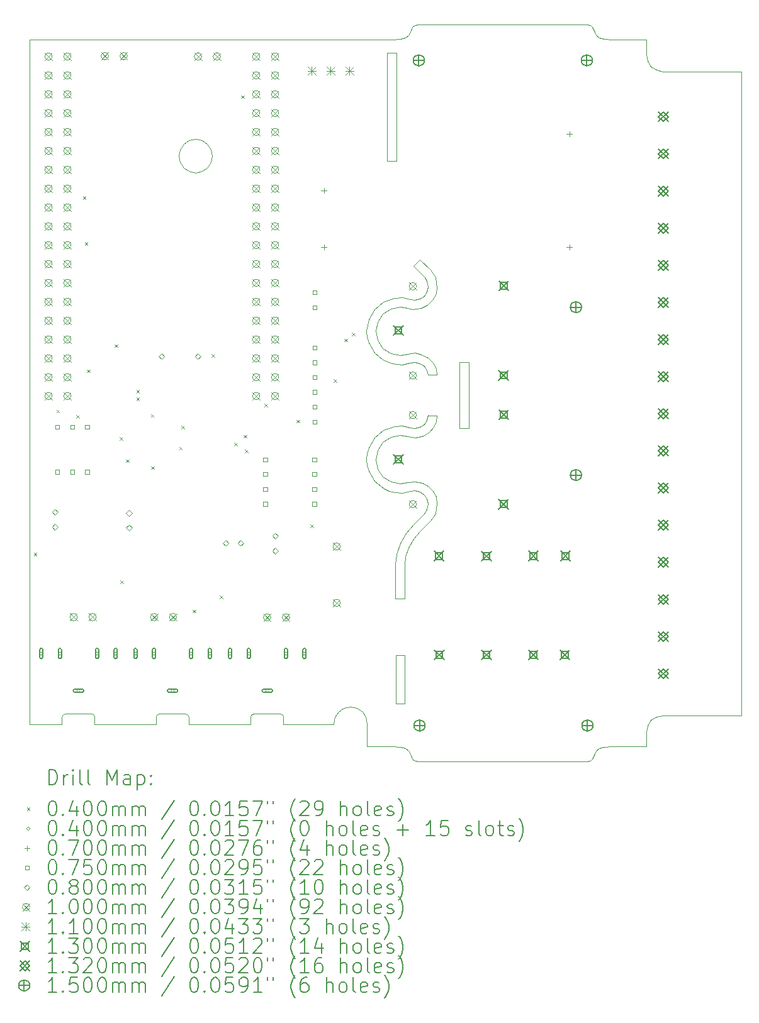
<source format=gbr>
%TF.GenerationSoftware,KiCad,Pcbnew,(6.0.7)*%
%TF.CreationDate,2022-10-09T19:58:49-04:00*%
%TF.ProjectId,mh-custom-v2,6d682d63-7573-4746-9f6d-2d76322e6b69,rev?*%
%TF.SameCoordinates,Original*%
%TF.FileFunction,Drillmap*%
%TF.FilePolarity,Positive*%
%FSLAX45Y45*%
G04 Gerber Fmt 4.5, Leading zero omitted, Abs format (unit mm)*
G04 Created by KiCad (PCBNEW (6.0.7)) date 2022-10-09 19:58:49*
%MOMM*%
%LPD*%
G01*
G04 APERTURE LIST*
%ADD10C,0.000787*%
%ADD11C,0.200000*%
%ADD12C,0.040000*%
%ADD13C,0.070000*%
%ADD14C,0.075000*%
%ADD15C,0.080000*%
%ADD16C,0.100000*%
%ADD17C,0.110000*%
%ADD18C,0.130000*%
%ADD19C,0.132000*%
%ADD20C,0.150000*%
G04 APERTURE END LIST*
D10*
X11132146Y-2288574D02*
X11023740Y-2279659D01*
X10859373Y-11974147D02*
X10890324Y-11902826D01*
X8440148Y-11974147D02*
X8468777Y-11997651D01*
X8468232Y-6505875D02*
X8381880Y-6516365D01*
X8302761Y-5758794D02*
X8201320Y-5763600D01*
X8338932Y-10575807D02*
X8338932Y-11229858D01*
X6302993Y-11364848D02*
X6664515Y-11364849D01*
X10859371Y-2113512D02*
X10830742Y-2090008D01*
X8756469Y-8443478D02*
X8714864Y-8363162D01*
X6664515Y-11364849D02*
X6692824Y-11376538D01*
X11601328Y-2576144D02*
X11583646Y-2488565D01*
X8538243Y-8373612D02*
X8595515Y-8412908D01*
X8682688Y-5384344D02*
X8538922Y-5245338D01*
X11583646Y-2488565D02*
X11583645Y-2288574D01*
X5746996Y-3851370D02*
X5729314Y-3938949D01*
X11808645Y-2713563D02*
X11721066Y-2695881D01*
X8468129Y-7641825D02*
X8519531Y-7636965D01*
X8519754Y-12006565D02*
X9649759Y-12006566D01*
X11808644Y-11384538D02*
X12864803Y-11384538D01*
X8538211Y-7503722D02*
X8468229Y-7517701D01*
X8381880Y-6516365D02*
X8273205Y-6535072D01*
X8206229Y-8384882D02*
X8206177Y-8384982D01*
X8213932Y-11229858D02*
X8213931Y-10575797D01*
X8633843Y-7407817D02*
X8595433Y-7465321D01*
X7828914Y-7856175D02*
X7821396Y-7938140D01*
X8633391Y-5680463D02*
X8594946Y-5737412D01*
X8165611Y-6648247D02*
X8304983Y-6660081D01*
X8351762Y-8934670D02*
X8276693Y-9070023D01*
X5028966Y-11364848D02*
X5390438Y-11364849D01*
X8381880Y-5902710D02*
X8438909Y-5913800D01*
X8468229Y-5789076D02*
X8415157Y-5780911D01*
X8652032Y-6568272D02*
X8543317Y-6516003D01*
X5430438Y-11417765D02*
X5430438Y-11503082D01*
X8468229Y-8358627D02*
X8538243Y-8373612D01*
X8206177Y-8384982D02*
X8302761Y-8388909D01*
X8304983Y-6660081D02*
X8405545Y-6641477D01*
X8042900Y-7707987D02*
X8146382Y-7638216D01*
X8647752Y-5609553D02*
X8633391Y-5680463D01*
X7973129Y-8064908D02*
X7947542Y-7938190D01*
X7518582Y-11288425D02*
X7606322Y-11270798D01*
X8538922Y-5245338D02*
X8451641Y-5334893D01*
X8334452Y-9811819D02*
X8334752Y-9357067D01*
X7930894Y-8232939D02*
X8052804Y-8332539D01*
X8645096Y-5857139D02*
X8711914Y-5788527D01*
X5362900Y-4010468D02*
X5314681Y-3938949D01*
X8647390Y-7336524D02*
X8633843Y-7407817D01*
X8273102Y-7612628D02*
X8381778Y-7631335D01*
X8538823Y-8902367D02*
X8682689Y-8763357D01*
X7850444Y-8097624D02*
X7930894Y-8232939D01*
X8647401Y-7345304D02*
X8647390Y-7336524D01*
X8222912Y-2465044D02*
X8222912Y-3923301D01*
X7813695Y-11408054D02*
X7831322Y-11495796D01*
X8771571Y-6798415D02*
X8760032Y-6724601D01*
X5314681Y-3763790D02*
X5362900Y-3692272D01*
X5609577Y-3644053D02*
X5681095Y-3692272D01*
X5681095Y-4010468D02*
X5609577Y-4058687D01*
X8468773Y-2090003D02*
X8440144Y-2113507D01*
X8453231Y-9008581D02*
X8538823Y-8902367D01*
X8038697Y-6595745D02*
X8165611Y-6648247D01*
X7973129Y-7811469D02*
X8042900Y-7707987D01*
X8682689Y-8763357D02*
X8747071Y-8666655D01*
X11721066Y-2695881D02*
X11649547Y-2647662D01*
X8273102Y-8263750D02*
X8146382Y-8238162D01*
X8222912Y-3923301D02*
X8097912Y-3923301D01*
X12864803Y-2713563D02*
X11808645Y-2713563D01*
X8721886Y-7504217D02*
X8758597Y-7427470D01*
X8334752Y-9357067D02*
X8347888Y-9247902D01*
X8043002Y-5979311D02*
X8146484Y-5909539D01*
X11649546Y-11450438D02*
X11721065Y-11402219D01*
X11583645Y-2288574D02*
X11132146Y-2288574D01*
X8201320Y-5763600D02*
X8049107Y-5817367D01*
X7831322Y-11495796D02*
X7831323Y-11799085D01*
X8771521Y-8527352D02*
X8756469Y-8443478D01*
X5314681Y-3938949D02*
X5296999Y-3851370D01*
X9649759Y-2081094D02*
X8519750Y-2081088D01*
X5521998Y-3626371D02*
X5521998Y-3626371D01*
X7447082Y-11336554D02*
X7518582Y-11288425D01*
X6692824Y-11376538D02*
X6704513Y-11404846D01*
X11649547Y-2647662D02*
X11601328Y-2576144D01*
X4988969Y-11463086D02*
X4988969Y-11404846D01*
X8451641Y-5334893D02*
X8605119Y-5485426D01*
X8747071Y-8666655D02*
X8771521Y-8527352D01*
X7973231Y-6336232D02*
X7947644Y-6209512D01*
X7850516Y-7778920D02*
X7828914Y-7856175D01*
X9649759Y-12006566D02*
X10779767Y-12006566D01*
X8589930Y-7616091D02*
X8664607Y-7569321D01*
X8146382Y-7638216D02*
X8273102Y-7612628D01*
X8275775Y-2279654D02*
X8167368Y-2288569D01*
X8146484Y-6509484D02*
X8043002Y-6439714D01*
X5430438Y-11503082D02*
X6262996Y-11503082D01*
X6262996Y-11503082D02*
X6262996Y-11463086D01*
X8468229Y-7517701D02*
X8405545Y-7506229D01*
X7828873Y-8020182D02*
X7850444Y-8097624D01*
X8228614Y-9213132D02*
X8209698Y-9358257D01*
X7850828Y-6367312D02*
X7928515Y-6499069D01*
X7381324Y-11503082D02*
X7381324Y-11495796D01*
X10890324Y-11902826D02*
X10913014Y-11864733D01*
X8595508Y-6681352D02*
X8633927Y-6735137D01*
X7829095Y-6291120D02*
X7850828Y-6367312D01*
X3724498Y-11463086D02*
X3724498Y-11417765D01*
X8771572Y-7345772D02*
X8771581Y-7345304D01*
X8386507Y-11864733D02*
X8409197Y-11902826D01*
X4164522Y-11404846D02*
X4164522Y-11417765D01*
X7821396Y-7938140D02*
X7828873Y-8020182D01*
X8386503Y-2222921D02*
X8345425Y-2256150D01*
X7831323Y-11799085D02*
X8167372Y-11799085D01*
X8405545Y-7506229D02*
X8304983Y-7487626D01*
X3736187Y-11376537D02*
X3764496Y-11364848D01*
X7821396Y-6209567D02*
X7829095Y-6291120D01*
X8595515Y-8412908D02*
X8633973Y-8468019D01*
X5609577Y-4058687D02*
X5521998Y-4076368D01*
X8771581Y-7345304D02*
X8647401Y-7345304D01*
X4152833Y-11376538D02*
X4164522Y-11404846D01*
X8519750Y-2081088D02*
X8468773Y-2090003D01*
X6704515Y-11503082D02*
X7134514Y-11503082D01*
X11601327Y-11521957D02*
X11649546Y-11450438D01*
X8345429Y-11831504D02*
X8386507Y-11864733D01*
X8633215Y-5532520D02*
X8647752Y-5609553D01*
X9077080Y-6627055D02*
X9202090Y-6627055D01*
X8275779Y-11808000D02*
X8345429Y-11831504D01*
X8273205Y-5883951D02*
X8381880Y-5902710D01*
X10954092Y-11831504D02*
X11023742Y-11808000D01*
X3724498Y-11503082D02*
X3724498Y-11463086D01*
X10913011Y-2222926D02*
X10890321Y-2184833D01*
X8468129Y-8234605D02*
X8381778Y-8244992D01*
X3293156Y-2288574D02*
X3293156Y-11503082D01*
X8594945Y-8673287D02*
X8451648Y-8812813D01*
X10890321Y-2184833D02*
X10859371Y-2113512D01*
X3764496Y-11364848D02*
X4124524Y-11364849D01*
X10913014Y-11864733D02*
X10954092Y-11831504D01*
X4124524Y-11364849D02*
X4152833Y-11376538D01*
X8405545Y-6641477D02*
X8468229Y-6630005D01*
X3293156Y-11503082D02*
X3724498Y-11503082D01*
X11132148Y-11799085D02*
X11583645Y-11799085D01*
X5362900Y-3692272D02*
X5434418Y-3644053D01*
X7928515Y-6499069D02*
X8038697Y-6595745D01*
X8146382Y-8238162D02*
X8042900Y-8168390D01*
X7381324Y-11495796D02*
X7398952Y-11408054D01*
X8381778Y-7631335D02*
X8468129Y-7641825D01*
X5729314Y-3763790D02*
X5746996Y-3851370D01*
X4164522Y-11503082D02*
X4988969Y-11503082D01*
X5434418Y-3644053D02*
X5521998Y-3626371D01*
X8209698Y-9358257D02*
X8209398Y-9811820D01*
X10830744Y-11997651D02*
X10859373Y-11974147D01*
X8146484Y-5909539D02*
X8273205Y-5883951D01*
X8409193Y-2184828D02*
X8386503Y-2222921D01*
X9077080Y-7516923D02*
X9077080Y-6627055D01*
X11023740Y-2279659D02*
X10954089Y-2256155D01*
X8595145Y-8673387D02*
X8594945Y-8673287D01*
X10954089Y-2256155D02*
X10913011Y-2222926D01*
X8594946Y-5737412D02*
X8538023Y-5775313D01*
X6274684Y-11376537D02*
X6302993Y-11364848D01*
X7928835Y-5916529D02*
X7849825Y-6050718D01*
X8573703Y-8253570D02*
X8468129Y-8234605D01*
X8409197Y-11902826D02*
X8440148Y-11974147D01*
X8647390Y-6798419D02*
X8771571Y-6798415D01*
X7694065Y-11288425D02*
X7765566Y-11336554D01*
X4164522Y-11417765D02*
X4164522Y-11463086D01*
X8538023Y-5775313D02*
X8468229Y-5789076D01*
X8755838Y-5705305D02*
X8771623Y-5619936D01*
X8634321Y-8612280D02*
X8595145Y-8673387D01*
X8760032Y-6724601D02*
X8722228Y-6642846D01*
X11721065Y-11402219D02*
X11808644Y-11384538D01*
X5434418Y-4058687D02*
X5362900Y-4010468D01*
X8605119Y-5485426D02*
X8633215Y-5532520D01*
X5430436Y-11404846D02*
X5430438Y-11417765D01*
X8771623Y-5619936D02*
X8747669Y-5481826D01*
X8647545Y-8530450D02*
X8634321Y-8612280D01*
X4988969Y-11503082D02*
X4988969Y-11463086D01*
X8519531Y-7636965D02*
X8589930Y-7616091D01*
X8633973Y-8468019D02*
X8647545Y-8530450D01*
X8049107Y-5817367D02*
X7928835Y-5916529D01*
X5521998Y-3626371D02*
X5609577Y-3644053D01*
X8560629Y-5898679D02*
X8645096Y-5857139D01*
X8633927Y-6735137D02*
X8647390Y-6798419D01*
X8388483Y-9127750D02*
X8453231Y-9008581D01*
X8652134Y-8296495D02*
X8573703Y-8253570D01*
X5000657Y-11376537D02*
X5028966Y-11364848D01*
X5296999Y-3851370D02*
X5314681Y-3763790D01*
X11583645Y-11609536D02*
X11601327Y-11521957D01*
X8276693Y-9070023D02*
X8228614Y-9213132D01*
X8050742Y-7544882D02*
X7930567Y-7644115D01*
X7849825Y-6050718D02*
X7821396Y-6209567D01*
X10779767Y-12006566D02*
X10830744Y-11997651D01*
X8415157Y-8366792D02*
X8468229Y-8358627D01*
X8273205Y-6535072D02*
X8146484Y-6509484D01*
X8304983Y-7487626D02*
X8200235Y-7492380D01*
X7134514Y-11503082D02*
X7381324Y-11503082D01*
X7930567Y-7644115D02*
X7850516Y-7778920D01*
X5418747Y-11376538D02*
X5430436Y-11404846D01*
X8052804Y-8332539D02*
X8126198Y-8365339D01*
X8043002Y-6439714D02*
X7973231Y-6336232D01*
X8758597Y-7427470D02*
X8771572Y-7345772D01*
X7947542Y-7938190D02*
X7973129Y-7811469D01*
X6704513Y-11404846D02*
X6704515Y-11417765D01*
X8714864Y-8363162D02*
X8652134Y-8296495D01*
X6262996Y-11463086D02*
X6262996Y-11404846D01*
X5521998Y-4076368D02*
X5434418Y-4058687D01*
X8126198Y-8365339D02*
X8206229Y-8384882D01*
X8167372Y-11799085D02*
X8275779Y-11808000D01*
X8345425Y-2256150D02*
X8275775Y-2279654D01*
X8097906Y-2465044D02*
X8222912Y-2465044D01*
X8438909Y-5913800D02*
X8560629Y-5898679D01*
X8213931Y-10575797D02*
X8338932Y-10575807D01*
X8347888Y-9247902D02*
X8388483Y-9127750D01*
X8451648Y-8812813D02*
X8351762Y-8934670D01*
X8468777Y-11997651D02*
X8519754Y-12006565D01*
X8468229Y-6630005D02*
X8538240Y-6643996D01*
X6262996Y-11404846D02*
X6274684Y-11376537D01*
X7606322Y-11270798D02*
X7694065Y-11288425D01*
X4988969Y-11404846D02*
X5000657Y-11376537D01*
X11583645Y-11799085D02*
X11583645Y-11609536D01*
X5729314Y-3938949D02*
X5681095Y-4010468D01*
X8200235Y-7492380D02*
X8050742Y-7544882D01*
X5681095Y-3692272D02*
X5729314Y-3763790D01*
X8209398Y-9811820D02*
X8334452Y-9811819D01*
X7973231Y-6082792D02*
X8043002Y-5979311D01*
X8302761Y-8388909D02*
X8415157Y-8366792D01*
X8664607Y-7569321D02*
X8721886Y-7504217D01*
X3724498Y-11404846D02*
X3736187Y-11376537D01*
X8711914Y-5788527D02*
X8755838Y-5705305D01*
X6704515Y-11417765D02*
X6704515Y-11503082D01*
X8167368Y-2288569D02*
X3293156Y-2288574D01*
X9202090Y-7516923D02*
X9077080Y-7516923D01*
X7947644Y-6209512D02*
X7973231Y-6082792D01*
X7765566Y-11336554D02*
X7813695Y-11408054D01*
X8543317Y-6516003D02*
X8468232Y-6505875D01*
X10830742Y-2090008D02*
X10779765Y-2081093D01*
X8538240Y-6643996D02*
X8595508Y-6681352D01*
X3724498Y-11417765D02*
X3724498Y-11404846D01*
X8595433Y-7465321D02*
X8538211Y-7503722D01*
X8440144Y-2113507D02*
X8409193Y-2184828D01*
X4164522Y-11463086D02*
X4164522Y-11503082D01*
X8338932Y-11229858D02*
X8213932Y-11229858D01*
X9202090Y-6627055D02*
X9202090Y-7516923D01*
X8097912Y-3923301D02*
X8097906Y-2465044D01*
X5390438Y-11364849D02*
X5418747Y-11376538D01*
X8747669Y-5481826D02*
X8682688Y-5384344D01*
X12864803Y-11384538D02*
X12864803Y-2713563D01*
X11023742Y-11808000D02*
X11132148Y-11799085D01*
X8042900Y-8168390D02*
X7973129Y-8064908D01*
X7398952Y-11408054D02*
X7447082Y-11336554D01*
X10779765Y-2081093D02*
X9649759Y-2081094D01*
X8381778Y-8244992D02*
X8273102Y-8263750D01*
X8722228Y-6642846D02*
X8652032Y-6568272D01*
X8415157Y-5780911D02*
X8302761Y-5758794D01*
D11*
D12*
X3347500Y-9193000D02*
X3387500Y-9233000D01*
X3387500Y-9193000D02*
X3347500Y-9233000D01*
X3651140Y-7268540D02*
X3691140Y-7308540D01*
X3691140Y-7268540D02*
X3651140Y-7308540D01*
X3920380Y-7342200D02*
X3960380Y-7382200D01*
X3960380Y-7342200D02*
X3920380Y-7382200D01*
X4007500Y-4392000D02*
X4047500Y-4432000D01*
X4047500Y-4392000D02*
X4007500Y-4432000D01*
X4032750Y-5014000D02*
X4072750Y-5054000D01*
X4072750Y-5014000D02*
X4032750Y-5054000D01*
X4060080Y-6727520D02*
X4100080Y-6767520D01*
X4100080Y-6727520D02*
X4060080Y-6767520D01*
X4436500Y-6387660D02*
X4476500Y-6427660D01*
X4476500Y-6387660D02*
X4436500Y-6427660D01*
X4502500Y-7640000D02*
X4542500Y-7680000D01*
X4542500Y-7640000D02*
X4502500Y-7680000D01*
X4508500Y-9570000D02*
X4548500Y-9610000D01*
X4548500Y-9570000D02*
X4508500Y-9610000D01*
X4588500Y-7938000D02*
X4628500Y-7978000D01*
X4628500Y-7938000D02*
X4588500Y-7978000D01*
X4727380Y-7001540D02*
X4767380Y-7041540D01*
X4767380Y-7001540D02*
X4727380Y-7041540D01*
X4727497Y-7104117D02*
X4767497Y-7144117D01*
X4767497Y-7104117D02*
X4727497Y-7144117D01*
X4921140Y-7329500D02*
X4961140Y-7369500D01*
X4961140Y-7329500D02*
X4921140Y-7369500D01*
X4924823Y-8030966D02*
X4964823Y-8070966D01*
X4964823Y-8030966D02*
X4924823Y-8070966D01*
X5302423Y-7768751D02*
X5342423Y-7808751D01*
X5342423Y-7768751D02*
X5302423Y-7808751D01*
X5331500Y-7483289D02*
X5371500Y-7523289D01*
X5371500Y-7483289D02*
X5331500Y-7523289D01*
X5482500Y-9962000D02*
X5522500Y-10002000D01*
X5522500Y-9962000D02*
X5482500Y-10002000D01*
X5736480Y-6521780D02*
X5776480Y-6561780D01*
X5776480Y-6521780D02*
X5736480Y-6561780D01*
X5845500Y-9771000D02*
X5885500Y-9811000D01*
X5885500Y-9771000D02*
X5845500Y-9811000D01*
X6045500Y-7716000D02*
X6085500Y-7756000D01*
X6085500Y-7716000D02*
X6045500Y-7756000D01*
X6137800Y-3036900D02*
X6177800Y-3076900D01*
X6177800Y-3036900D02*
X6137800Y-3076900D01*
X6168500Y-7609000D02*
X6208500Y-7649000D01*
X6208500Y-7609000D02*
X6168500Y-7649000D01*
X6184950Y-7805450D02*
X6224950Y-7845450D01*
X6224950Y-7805450D02*
X6184950Y-7845450D01*
X6450220Y-7187260D02*
X6490220Y-7227260D01*
X6490220Y-7187260D02*
X6450220Y-7227260D01*
X6883500Y-7404000D02*
X6923500Y-7444000D01*
X6923500Y-7404000D02*
X6883500Y-7444000D01*
X7064900Y-8815400D02*
X7104900Y-8855400D01*
X7104900Y-8815400D02*
X7064900Y-8855400D01*
X7379500Y-6860000D02*
X7419500Y-6900000D01*
X7419500Y-6860000D02*
X7379500Y-6900000D01*
X7522500Y-6312000D02*
X7562500Y-6352000D01*
X7562500Y-6312000D02*
X7522500Y-6352000D01*
X7628500Y-6230000D02*
X7668500Y-6270000D01*
X7668500Y-6230000D02*
X7628500Y-6270000D01*
X3468000Y-10551700D02*
G75*
G03*
X3468000Y-10551700I-20000J0D01*
G01*
D11*
X3428000Y-10501700D02*
X3428000Y-10601700D01*
X3468000Y-10501700D02*
X3468000Y-10601700D01*
X3428000Y-10601700D02*
G75*
G03*
X3468000Y-10601700I20000J0D01*
G01*
X3468000Y-10501700D02*
G75*
G03*
X3428000Y-10501700I-20000J0D01*
G01*
D12*
X3718000Y-10551700D02*
G75*
G03*
X3718000Y-10551700I-20000J0D01*
G01*
D11*
X3678000Y-10501700D02*
X3678000Y-10601700D01*
X3718000Y-10501700D02*
X3718000Y-10601700D01*
X3678000Y-10601700D02*
G75*
G03*
X3718000Y-10601700I20000J0D01*
G01*
X3718000Y-10501700D02*
G75*
G03*
X3678000Y-10501700I-20000J0D01*
G01*
D12*
X3968000Y-11051700D02*
G75*
G03*
X3968000Y-11051700I-20000J0D01*
G01*
D11*
X3898000Y-11071700D02*
X3998000Y-11071700D01*
X3898000Y-11031700D02*
X3998000Y-11031700D01*
X3998000Y-11071700D02*
G75*
G03*
X3998000Y-11031700I0J20000D01*
G01*
X3898000Y-11031700D02*
G75*
G03*
X3898000Y-11071700I0J-20000D01*
G01*
D12*
X4218000Y-10551700D02*
G75*
G03*
X4218000Y-10551700I-20000J0D01*
G01*
D11*
X4218000Y-10601700D02*
X4218000Y-10501700D01*
X4178000Y-10601700D02*
X4178000Y-10501700D01*
X4218000Y-10501700D02*
G75*
G03*
X4178000Y-10501700I-20000J0D01*
G01*
X4178000Y-10601700D02*
G75*
G03*
X4218000Y-10601700I20000J0D01*
G01*
D12*
X4468000Y-10551700D02*
G75*
G03*
X4468000Y-10551700I-20000J0D01*
G01*
D11*
X4468000Y-10601700D02*
X4468000Y-10501700D01*
X4428000Y-10601700D02*
X4428000Y-10501700D01*
X4468000Y-10501700D02*
G75*
G03*
X4428000Y-10501700I-20000J0D01*
G01*
X4428000Y-10601700D02*
G75*
G03*
X4468000Y-10601700I20000J0D01*
G01*
D12*
X4733950Y-10551700D02*
G75*
G03*
X4733950Y-10551700I-20000J0D01*
G01*
D11*
X4693950Y-10501700D02*
X4693950Y-10601700D01*
X4733950Y-10501700D02*
X4733950Y-10601700D01*
X4693950Y-10601700D02*
G75*
G03*
X4733950Y-10601700I20000J0D01*
G01*
X4733950Y-10501700D02*
G75*
G03*
X4693950Y-10501700I-20000J0D01*
G01*
D12*
X4983950Y-10551700D02*
G75*
G03*
X4983950Y-10551700I-20000J0D01*
G01*
D11*
X4943950Y-10501700D02*
X4943950Y-10601700D01*
X4983950Y-10501700D02*
X4983950Y-10601700D01*
X4943950Y-10601700D02*
G75*
G03*
X4983950Y-10601700I20000J0D01*
G01*
X4983950Y-10501700D02*
G75*
G03*
X4943950Y-10501700I-20000J0D01*
G01*
D12*
X5233950Y-11051700D02*
G75*
G03*
X5233950Y-11051700I-20000J0D01*
G01*
D11*
X5163950Y-11071700D02*
X5263950Y-11071700D01*
X5163950Y-11031700D02*
X5263950Y-11031700D01*
X5263950Y-11071700D02*
G75*
G03*
X5263950Y-11031700I0J20000D01*
G01*
X5163950Y-11031700D02*
G75*
G03*
X5163950Y-11071700I0J-20000D01*
G01*
D12*
X5483950Y-10551700D02*
G75*
G03*
X5483950Y-10551700I-20000J0D01*
G01*
D11*
X5483950Y-10601700D02*
X5483950Y-10501700D01*
X5443950Y-10601700D02*
X5443950Y-10501700D01*
X5483950Y-10501700D02*
G75*
G03*
X5443950Y-10501700I-20000J0D01*
G01*
X5443950Y-10601700D02*
G75*
G03*
X5483950Y-10601700I20000J0D01*
G01*
D12*
X5733950Y-10551700D02*
G75*
G03*
X5733950Y-10551700I-20000J0D01*
G01*
D11*
X5733950Y-10601700D02*
X5733950Y-10501700D01*
X5693950Y-10601700D02*
X5693950Y-10501700D01*
X5733950Y-10501700D02*
G75*
G03*
X5693950Y-10501700I-20000J0D01*
G01*
X5693950Y-10601700D02*
G75*
G03*
X5733950Y-10601700I20000J0D01*
G01*
D12*
X6008000Y-10551700D02*
G75*
G03*
X6008000Y-10551700I-20000J0D01*
G01*
D11*
X5968000Y-10501700D02*
X5968000Y-10601700D01*
X6008000Y-10501700D02*
X6008000Y-10601700D01*
X5968000Y-10601700D02*
G75*
G03*
X6008000Y-10601700I20000J0D01*
G01*
X6008000Y-10501700D02*
G75*
G03*
X5968000Y-10501700I-20000J0D01*
G01*
D12*
X6258000Y-10551700D02*
G75*
G03*
X6258000Y-10551700I-20000J0D01*
G01*
D11*
X6218000Y-10501700D02*
X6218000Y-10601700D01*
X6258000Y-10501700D02*
X6258000Y-10601700D01*
X6218000Y-10601700D02*
G75*
G03*
X6258000Y-10601700I20000J0D01*
G01*
X6258000Y-10501700D02*
G75*
G03*
X6218000Y-10501700I-20000J0D01*
G01*
D12*
X6508000Y-11051700D02*
G75*
G03*
X6508000Y-11051700I-20000J0D01*
G01*
D11*
X6438000Y-11071700D02*
X6538000Y-11071700D01*
X6438000Y-11031700D02*
X6538000Y-11031700D01*
X6538000Y-11071700D02*
G75*
G03*
X6538000Y-11031700I0J20000D01*
G01*
X6438000Y-11031700D02*
G75*
G03*
X6438000Y-11071700I0J-20000D01*
G01*
D12*
X6758000Y-10551700D02*
G75*
G03*
X6758000Y-10551700I-20000J0D01*
G01*
D11*
X6758000Y-10601700D02*
X6758000Y-10501700D01*
X6718000Y-10601700D02*
X6718000Y-10501700D01*
X6758000Y-10501700D02*
G75*
G03*
X6718000Y-10501700I-20000J0D01*
G01*
X6718000Y-10601700D02*
G75*
G03*
X6758000Y-10601700I20000J0D01*
G01*
D12*
X7008000Y-10551700D02*
G75*
G03*
X7008000Y-10551700I-20000J0D01*
G01*
D11*
X7008000Y-10601700D02*
X7008000Y-10501700D01*
X6968000Y-10601700D02*
X6968000Y-10501700D01*
X7008000Y-10501700D02*
G75*
G03*
X6968000Y-10501700I-20000J0D01*
G01*
X6968000Y-10601700D02*
G75*
G03*
X7008000Y-10601700I20000J0D01*
G01*
D13*
X7248500Y-4281000D02*
X7248500Y-4351000D01*
X7213500Y-4316000D02*
X7283500Y-4316000D01*
X7248500Y-5043000D02*
X7248500Y-5113000D01*
X7213500Y-5078000D02*
X7283500Y-5078000D01*
X10550500Y-3519000D02*
X10550500Y-3589000D01*
X10515500Y-3554000D02*
X10585500Y-3554000D01*
X10550500Y-5043000D02*
X10550500Y-5113000D01*
X10515500Y-5078000D02*
X10585500Y-5078000D01*
D14*
X3692017Y-7529517D02*
X3692017Y-7476483D01*
X3638983Y-7476483D01*
X3638983Y-7529517D01*
X3692017Y-7529517D01*
X3692017Y-8133517D02*
X3692017Y-8080483D01*
X3638983Y-8080483D01*
X3638983Y-8133517D01*
X3692017Y-8133517D01*
X3892017Y-7529517D02*
X3892017Y-7476483D01*
X3838983Y-7476483D01*
X3838983Y-7529517D01*
X3892017Y-7529517D01*
X3892017Y-8133517D02*
X3892017Y-8080483D01*
X3838983Y-8080483D01*
X3838983Y-8133517D01*
X3892017Y-8133517D01*
X4092017Y-7529517D02*
X4092017Y-7476483D01*
X4038983Y-7476483D01*
X4038983Y-7529517D01*
X4092017Y-7529517D01*
X4092017Y-8133517D02*
X4092017Y-8080483D01*
X4038983Y-8080483D01*
X4038983Y-8133517D01*
X4092017Y-8133517D01*
X6487017Y-7965517D02*
X6487017Y-7912483D01*
X6433983Y-7912483D01*
X6433983Y-7965517D01*
X6487017Y-7965517D01*
X6487017Y-8165517D02*
X6487017Y-8112483D01*
X6433983Y-8112483D01*
X6433983Y-8165517D01*
X6487017Y-8165517D01*
X6487017Y-8365517D02*
X6487017Y-8312483D01*
X6433983Y-8312483D01*
X6433983Y-8365517D01*
X6487017Y-8365517D01*
X6487017Y-8565517D02*
X6487017Y-8512483D01*
X6433983Y-8512483D01*
X6433983Y-8565517D01*
X6487017Y-8565517D01*
X7149017Y-7965517D02*
X7149017Y-7912483D01*
X7095983Y-7912483D01*
X7095983Y-7965517D01*
X7149017Y-7965517D01*
X7149017Y-8165517D02*
X7149017Y-8112483D01*
X7095983Y-8112483D01*
X7095983Y-8165517D01*
X7149017Y-8165517D01*
X7149017Y-8365517D02*
X7149017Y-8312483D01*
X7095983Y-8312483D01*
X7095983Y-8365517D01*
X7149017Y-8365517D01*
X7149017Y-8565517D02*
X7149017Y-8512483D01*
X7095983Y-8512483D01*
X7095983Y-8565517D01*
X7149017Y-8565517D01*
X7152017Y-5718517D02*
X7152017Y-5665483D01*
X7098983Y-5665483D01*
X7098983Y-5718517D01*
X7152017Y-5718517D01*
X7152017Y-5918517D02*
X7152017Y-5865483D01*
X7098983Y-5865483D01*
X7098983Y-5918517D01*
X7152017Y-5918517D01*
X7152017Y-6458517D02*
X7152017Y-6405483D01*
X7098983Y-6405483D01*
X7098983Y-6458517D01*
X7152017Y-6458517D01*
X7152017Y-6658517D02*
X7152017Y-6605483D01*
X7098983Y-6605483D01*
X7098983Y-6658517D01*
X7152017Y-6658517D01*
X7152017Y-6858517D02*
X7152017Y-6805483D01*
X7098983Y-6805483D01*
X7098983Y-6858517D01*
X7152017Y-6858517D01*
X7152017Y-7058517D02*
X7152017Y-7005483D01*
X7098983Y-7005483D01*
X7098983Y-7058517D01*
X7152017Y-7058517D01*
X7152017Y-7258517D02*
X7152017Y-7205483D01*
X7098983Y-7205483D01*
X7098983Y-7258517D01*
X7152017Y-7258517D01*
X7152017Y-7458517D02*
X7152017Y-7405483D01*
X7098983Y-7405483D01*
X7098983Y-7458517D01*
X7152017Y-7458517D01*
D15*
X3631500Y-8687000D02*
X3671500Y-8647000D01*
X3631500Y-8607000D01*
X3591500Y-8647000D01*
X3631500Y-8687000D01*
X3631500Y-8887000D02*
X3671500Y-8847000D01*
X3631500Y-8807000D01*
X3591500Y-8847000D01*
X3631500Y-8887000D01*
X4627500Y-8699000D02*
X4667500Y-8659000D01*
X4627500Y-8619000D01*
X4587500Y-8659000D01*
X4627500Y-8699000D01*
X4627500Y-8899000D02*
X4667500Y-8859000D01*
X4627500Y-8819000D01*
X4587500Y-8859000D01*
X4627500Y-8899000D01*
X5065500Y-6590000D02*
X5105500Y-6550000D01*
X5065500Y-6510000D01*
X5025500Y-6550000D01*
X5065500Y-6590000D01*
X5553500Y-6590000D02*
X5593500Y-6550000D01*
X5553500Y-6510000D01*
X5513500Y-6550000D01*
X5553500Y-6590000D01*
X5928500Y-9103000D02*
X5968500Y-9063000D01*
X5928500Y-9023000D01*
X5888500Y-9063000D01*
X5928500Y-9103000D01*
X6128500Y-9103000D02*
X6168500Y-9063000D01*
X6128500Y-9023000D01*
X6088500Y-9063000D01*
X6128500Y-9103000D01*
X6595500Y-9009000D02*
X6635500Y-8969000D01*
X6595500Y-8929000D01*
X6555500Y-8969000D01*
X6595500Y-9009000D01*
X6595500Y-9209000D02*
X6635500Y-9169000D01*
X6595500Y-9129000D01*
X6555500Y-9169000D01*
X6595500Y-9209000D01*
D16*
X3496000Y-2462500D02*
X3596000Y-2562500D01*
X3596000Y-2462500D02*
X3496000Y-2562500D01*
X3596000Y-2512500D02*
G75*
G03*
X3596000Y-2512500I-50000J0D01*
G01*
X3496000Y-2716500D02*
X3596000Y-2816500D01*
X3596000Y-2716500D02*
X3496000Y-2816500D01*
X3596000Y-2766500D02*
G75*
G03*
X3596000Y-2766500I-50000J0D01*
G01*
X3496000Y-2970500D02*
X3596000Y-3070500D01*
X3596000Y-2970500D02*
X3496000Y-3070500D01*
X3596000Y-3020500D02*
G75*
G03*
X3596000Y-3020500I-50000J0D01*
G01*
X3496000Y-3224500D02*
X3596000Y-3324500D01*
X3596000Y-3224500D02*
X3496000Y-3324500D01*
X3596000Y-3274500D02*
G75*
G03*
X3596000Y-3274500I-50000J0D01*
G01*
X3496000Y-3478500D02*
X3596000Y-3578500D01*
X3596000Y-3478500D02*
X3496000Y-3578500D01*
X3596000Y-3528500D02*
G75*
G03*
X3596000Y-3528500I-50000J0D01*
G01*
X3496000Y-3732500D02*
X3596000Y-3832500D01*
X3596000Y-3732500D02*
X3496000Y-3832500D01*
X3596000Y-3782500D02*
G75*
G03*
X3596000Y-3782500I-50000J0D01*
G01*
X3496000Y-3986500D02*
X3596000Y-4086500D01*
X3596000Y-3986500D02*
X3496000Y-4086500D01*
X3596000Y-4036500D02*
G75*
G03*
X3596000Y-4036500I-50000J0D01*
G01*
X3496000Y-4240500D02*
X3596000Y-4340500D01*
X3596000Y-4240500D02*
X3496000Y-4340500D01*
X3596000Y-4290500D02*
G75*
G03*
X3596000Y-4290500I-50000J0D01*
G01*
X3496000Y-4494500D02*
X3596000Y-4594500D01*
X3596000Y-4494500D02*
X3496000Y-4594500D01*
X3596000Y-4544500D02*
G75*
G03*
X3596000Y-4544500I-50000J0D01*
G01*
X3496000Y-4748500D02*
X3596000Y-4848500D01*
X3596000Y-4748500D02*
X3496000Y-4848500D01*
X3596000Y-4798500D02*
G75*
G03*
X3596000Y-4798500I-50000J0D01*
G01*
X3496000Y-5002500D02*
X3596000Y-5102500D01*
X3596000Y-5002500D02*
X3496000Y-5102500D01*
X3596000Y-5052500D02*
G75*
G03*
X3596000Y-5052500I-50000J0D01*
G01*
X3496000Y-5256500D02*
X3596000Y-5356500D01*
X3596000Y-5256500D02*
X3496000Y-5356500D01*
X3596000Y-5306500D02*
G75*
G03*
X3596000Y-5306500I-50000J0D01*
G01*
X3496000Y-5510500D02*
X3596000Y-5610500D01*
X3596000Y-5510500D02*
X3496000Y-5610500D01*
X3596000Y-5560500D02*
G75*
G03*
X3596000Y-5560500I-50000J0D01*
G01*
X3496000Y-5764500D02*
X3596000Y-5864500D01*
X3596000Y-5764500D02*
X3496000Y-5864500D01*
X3596000Y-5814500D02*
G75*
G03*
X3596000Y-5814500I-50000J0D01*
G01*
X3496000Y-6018500D02*
X3596000Y-6118500D01*
X3596000Y-6018500D02*
X3496000Y-6118500D01*
X3596000Y-6068500D02*
G75*
G03*
X3596000Y-6068500I-50000J0D01*
G01*
X3496000Y-6272500D02*
X3596000Y-6372500D01*
X3596000Y-6272500D02*
X3496000Y-6372500D01*
X3596000Y-6322500D02*
G75*
G03*
X3596000Y-6322500I-50000J0D01*
G01*
X3496000Y-6526500D02*
X3596000Y-6626500D01*
X3596000Y-6526500D02*
X3496000Y-6626500D01*
X3596000Y-6576500D02*
G75*
G03*
X3596000Y-6576500I-50000J0D01*
G01*
X3496000Y-6780500D02*
X3596000Y-6880500D01*
X3596000Y-6780500D02*
X3496000Y-6880500D01*
X3596000Y-6830500D02*
G75*
G03*
X3596000Y-6830500I-50000J0D01*
G01*
X3496000Y-7034500D02*
X3596000Y-7134500D01*
X3596000Y-7034500D02*
X3496000Y-7134500D01*
X3596000Y-7084500D02*
G75*
G03*
X3596000Y-7084500I-50000J0D01*
G01*
X3750000Y-2462500D02*
X3850000Y-2562500D01*
X3850000Y-2462500D02*
X3750000Y-2562500D01*
X3850000Y-2512500D02*
G75*
G03*
X3850000Y-2512500I-50000J0D01*
G01*
X3750000Y-2716500D02*
X3850000Y-2816500D01*
X3850000Y-2716500D02*
X3750000Y-2816500D01*
X3850000Y-2766500D02*
G75*
G03*
X3850000Y-2766500I-50000J0D01*
G01*
X3750000Y-2970500D02*
X3850000Y-3070500D01*
X3850000Y-2970500D02*
X3750000Y-3070500D01*
X3850000Y-3020500D02*
G75*
G03*
X3850000Y-3020500I-50000J0D01*
G01*
X3750000Y-3224500D02*
X3850000Y-3324500D01*
X3850000Y-3224500D02*
X3750000Y-3324500D01*
X3850000Y-3274500D02*
G75*
G03*
X3850000Y-3274500I-50000J0D01*
G01*
X3750000Y-3478500D02*
X3850000Y-3578500D01*
X3850000Y-3478500D02*
X3750000Y-3578500D01*
X3850000Y-3528500D02*
G75*
G03*
X3850000Y-3528500I-50000J0D01*
G01*
X3750000Y-3732500D02*
X3850000Y-3832500D01*
X3850000Y-3732500D02*
X3750000Y-3832500D01*
X3850000Y-3782500D02*
G75*
G03*
X3850000Y-3782500I-50000J0D01*
G01*
X3750000Y-3986500D02*
X3850000Y-4086500D01*
X3850000Y-3986500D02*
X3750000Y-4086500D01*
X3850000Y-4036500D02*
G75*
G03*
X3850000Y-4036500I-50000J0D01*
G01*
X3750000Y-4240500D02*
X3850000Y-4340500D01*
X3850000Y-4240500D02*
X3750000Y-4340500D01*
X3850000Y-4290500D02*
G75*
G03*
X3850000Y-4290500I-50000J0D01*
G01*
X3750000Y-4494500D02*
X3850000Y-4594500D01*
X3850000Y-4494500D02*
X3750000Y-4594500D01*
X3850000Y-4544500D02*
G75*
G03*
X3850000Y-4544500I-50000J0D01*
G01*
X3750000Y-4748500D02*
X3850000Y-4848500D01*
X3850000Y-4748500D02*
X3750000Y-4848500D01*
X3850000Y-4798500D02*
G75*
G03*
X3850000Y-4798500I-50000J0D01*
G01*
X3750000Y-5002500D02*
X3850000Y-5102500D01*
X3850000Y-5002500D02*
X3750000Y-5102500D01*
X3850000Y-5052500D02*
G75*
G03*
X3850000Y-5052500I-50000J0D01*
G01*
X3750000Y-5256500D02*
X3850000Y-5356500D01*
X3850000Y-5256500D02*
X3750000Y-5356500D01*
X3850000Y-5306500D02*
G75*
G03*
X3850000Y-5306500I-50000J0D01*
G01*
X3750000Y-5510500D02*
X3850000Y-5610500D01*
X3850000Y-5510500D02*
X3750000Y-5610500D01*
X3850000Y-5560500D02*
G75*
G03*
X3850000Y-5560500I-50000J0D01*
G01*
X3750000Y-5764500D02*
X3850000Y-5864500D01*
X3850000Y-5764500D02*
X3750000Y-5864500D01*
X3850000Y-5814500D02*
G75*
G03*
X3850000Y-5814500I-50000J0D01*
G01*
X3750000Y-6018500D02*
X3850000Y-6118500D01*
X3850000Y-6018500D02*
X3750000Y-6118500D01*
X3850000Y-6068500D02*
G75*
G03*
X3850000Y-6068500I-50000J0D01*
G01*
X3750000Y-6272500D02*
X3850000Y-6372500D01*
X3850000Y-6272500D02*
X3750000Y-6372500D01*
X3850000Y-6322500D02*
G75*
G03*
X3850000Y-6322500I-50000J0D01*
G01*
X3750000Y-6526500D02*
X3850000Y-6626500D01*
X3850000Y-6526500D02*
X3750000Y-6626500D01*
X3850000Y-6576500D02*
G75*
G03*
X3850000Y-6576500I-50000J0D01*
G01*
X3750000Y-6780500D02*
X3850000Y-6880500D01*
X3850000Y-6780500D02*
X3750000Y-6880500D01*
X3850000Y-6830500D02*
G75*
G03*
X3850000Y-6830500I-50000J0D01*
G01*
X3750000Y-7034500D02*
X3850000Y-7134500D01*
X3850000Y-7034500D02*
X3750000Y-7134500D01*
X3850000Y-7084500D02*
G75*
G03*
X3850000Y-7084500I-50000J0D01*
G01*
X3833500Y-10011125D02*
X3933500Y-10111125D01*
X3933500Y-10011125D02*
X3833500Y-10111125D01*
X3933500Y-10061125D02*
G75*
G03*
X3933500Y-10061125I-50000J0D01*
G01*
X4087500Y-10011125D02*
X4187500Y-10111125D01*
X4187500Y-10011125D02*
X4087500Y-10111125D01*
X4187500Y-10061125D02*
G75*
G03*
X4187500Y-10061125I-50000J0D01*
G01*
X4252500Y-2457500D02*
X4352500Y-2557500D01*
X4352500Y-2457500D02*
X4252500Y-2557500D01*
X4352500Y-2507500D02*
G75*
G03*
X4352500Y-2507500I-50000J0D01*
G01*
X4506500Y-2457500D02*
X4606500Y-2557500D01*
X4606500Y-2457500D02*
X4506500Y-2557500D01*
X4606500Y-2507500D02*
G75*
G03*
X4606500Y-2507500I-50000J0D01*
G01*
X4916000Y-10012000D02*
X5016000Y-10112000D01*
X5016000Y-10012000D02*
X4916000Y-10112000D01*
X5016000Y-10062000D02*
G75*
G03*
X5016000Y-10062000I-50000J0D01*
G01*
X5170000Y-10012000D02*
X5270000Y-10112000D01*
X5270000Y-10012000D02*
X5170000Y-10112000D01*
X5270000Y-10062000D02*
G75*
G03*
X5270000Y-10062000I-50000J0D01*
G01*
X5506000Y-2462500D02*
X5606000Y-2562500D01*
X5606000Y-2462500D02*
X5506000Y-2562500D01*
X5606000Y-2512500D02*
G75*
G03*
X5606000Y-2512500I-50000J0D01*
G01*
X5760000Y-2462500D02*
X5860000Y-2562500D01*
X5860000Y-2462500D02*
X5760000Y-2562500D01*
X5860000Y-2512500D02*
G75*
G03*
X5860000Y-2512500I-50000J0D01*
G01*
X6290000Y-2462500D02*
X6390000Y-2562500D01*
X6390000Y-2462500D02*
X6290000Y-2562500D01*
X6390000Y-2512500D02*
G75*
G03*
X6390000Y-2512500I-50000J0D01*
G01*
X6290000Y-2716500D02*
X6390000Y-2816500D01*
X6390000Y-2716500D02*
X6290000Y-2816500D01*
X6390000Y-2766500D02*
G75*
G03*
X6390000Y-2766500I-50000J0D01*
G01*
X6290000Y-2970500D02*
X6390000Y-3070500D01*
X6390000Y-2970500D02*
X6290000Y-3070500D01*
X6390000Y-3020500D02*
G75*
G03*
X6390000Y-3020500I-50000J0D01*
G01*
X6290000Y-3224500D02*
X6390000Y-3324500D01*
X6390000Y-3224500D02*
X6290000Y-3324500D01*
X6390000Y-3274500D02*
G75*
G03*
X6390000Y-3274500I-50000J0D01*
G01*
X6290000Y-3478500D02*
X6390000Y-3578500D01*
X6390000Y-3478500D02*
X6290000Y-3578500D01*
X6390000Y-3528500D02*
G75*
G03*
X6390000Y-3528500I-50000J0D01*
G01*
X6290000Y-3732500D02*
X6390000Y-3832500D01*
X6390000Y-3732500D02*
X6290000Y-3832500D01*
X6390000Y-3782500D02*
G75*
G03*
X6390000Y-3782500I-50000J0D01*
G01*
X6290000Y-3986500D02*
X6390000Y-4086500D01*
X6390000Y-3986500D02*
X6290000Y-4086500D01*
X6390000Y-4036500D02*
G75*
G03*
X6390000Y-4036500I-50000J0D01*
G01*
X6290000Y-4240500D02*
X6390000Y-4340500D01*
X6390000Y-4240500D02*
X6290000Y-4340500D01*
X6390000Y-4290500D02*
G75*
G03*
X6390000Y-4290500I-50000J0D01*
G01*
X6290000Y-4494500D02*
X6390000Y-4594500D01*
X6390000Y-4494500D02*
X6290000Y-4594500D01*
X6390000Y-4544500D02*
G75*
G03*
X6390000Y-4544500I-50000J0D01*
G01*
X6290000Y-4748500D02*
X6390000Y-4848500D01*
X6390000Y-4748500D02*
X6290000Y-4848500D01*
X6390000Y-4798500D02*
G75*
G03*
X6390000Y-4798500I-50000J0D01*
G01*
X6290000Y-5002500D02*
X6390000Y-5102500D01*
X6390000Y-5002500D02*
X6290000Y-5102500D01*
X6390000Y-5052500D02*
G75*
G03*
X6390000Y-5052500I-50000J0D01*
G01*
X6290000Y-5256500D02*
X6390000Y-5356500D01*
X6390000Y-5256500D02*
X6290000Y-5356500D01*
X6390000Y-5306500D02*
G75*
G03*
X6390000Y-5306500I-50000J0D01*
G01*
X6290000Y-5510500D02*
X6390000Y-5610500D01*
X6390000Y-5510500D02*
X6290000Y-5610500D01*
X6390000Y-5560500D02*
G75*
G03*
X6390000Y-5560500I-50000J0D01*
G01*
X6290000Y-5764500D02*
X6390000Y-5864500D01*
X6390000Y-5764500D02*
X6290000Y-5864500D01*
X6390000Y-5814500D02*
G75*
G03*
X6390000Y-5814500I-50000J0D01*
G01*
X6290000Y-6018500D02*
X6390000Y-6118500D01*
X6390000Y-6018500D02*
X6290000Y-6118500D01*
X6390000Y-6068500D02*
G75*
G03*
X6390000Y-6068500I-50000J0D01*
G01*
X6290000Y-6272500D02*
X6390000Y-6372500D01*
X6390000Y-6272500D02*
X6290000Y-6372500D01*
X6390000Y-6322500D02*
G75*
G03*
X6390000Y-6322500I-50000J0D01*
G01*
X6290000Y-6526500D02*
X6390000Y-6626500D01*
X6390000Y-6526500D02*
X6290000Y-6626500D01*
X6390000Y-6576500D02*
G75*
G03*
X6390000Y-6576500I-50000J0D01*
G01*
X6290000Y-6780500D02*
X6390000Y-6880500D01*
X6390000Y-6780500D02*
X6290000Y-6880500D01*
X6390000Y-6830500D02*
G75*
G03*
X6390000Y-6830500I-50000J0D01*
G01*
X6290000Y-7034500D02*
X6390000Y-7134500D01*
X6390000Y-7034500D02*
X6290000Y-7134500D01*
X6390000Y-7084500D02*
G75*
G03*
X6390000Y-7084500I-50000J0D01*
G01*
X6436000Y-10016000D02*
X6536000Y-10116000D01*
X6536000Y-10016000D02*
X6436000Y-10116000D01*
X6536000Y-10066000D02*
G75*
G03*
X6536000Y-10066000I-50000J0D01*
G01*
X6544000Y-2462500D02*
X6644000Y-2562500D01*
X6644000Y-2462500D02*
X6544000Y-2562500D01*
X6644000Y-2512500D02*
G75*
G03*
X6644000Y-2512500I-50000J0D01*
G01*
X6544000Y-2716500D02*
X6644000Y-2816500D01*
X6644000Y-2716500D02*
X6544000Y-2816500D01*
X6644000Y-2766500D02*
G75*
G03*
X6644000Y-2766500I-50000J0D01*
G01*
X6544000Y-2970500D02*
X6644000Y-3070500D01*
X6644000Y-2970500D02*
X6544000Y-3070500D01*
X6644000Y-3020500D02*
G75*
G03*
X6644000Y-3020500I-50000J0D01*
G01*
X6544000Y-3224500D02*
X6644000Y-3324500D01*
X6644000Y-3224500D02*
X6544000Y-3324500D01*
X6644000Y-3274500D02*
G75*
G03*
X6644000Y-3274500I-50000J0D01*
G01*
X6544000Y-3478500D02*
X6644000Y-3578500D01*
X6644000Y-3478500D02*
X6544000Y-3578500D01*
X6644000Y-3528500D02*
G75*
G03*
X6644000Y-3528500I-50000J0D01*
G01*
X6544000Y-3732500D02*
X6644000Y-3832500D01*
X6644000Y-3732500D02*
X6544000Y-3832500D01*
X6644000Y-3782500D02*
G75*
G03*
X6644000Y-3782500I-50000J0D01*
G01*
X6544000Y-3986500D02*
X6644000Y-4086500D01*
X6644000Y-3986500D02*
X6544000Y-4086500D01*
X6644000Y-4036500D02*
G75*
G03*
X6644000Y-4036500I-50000J0D01*
G01*
X6544000Y-4240500D02*
X6644000Y-4340500D01*
X6644000Y-4240500D02*
X6544000Y-4340500D01*
X6644000Y-4290500D02*
G75*
G03*
X6644000Y-4290500I-50000J0D01*
G01*
X6544000Y-4494500D02*
X6644000Y-4594500D01*
X6644000Y-4494500D02*
X6544000Y-4594500D01*
X6644000Y-4544500D02*
G75*
G03*
X6644000Y-4544500I-50000J0D01*
G01*
X6544000Y-4748500D02*
X6644000Y-4848500D01*
X6644000Y-4748500D02*
X6544000Y-4848500D01*
X6644000Y-4798500D02*
G75*
G03*
X6644000Y-4798500I-50000J0D01*
G01*
X6544000Y-5002500D02*
X6644000Y-5102500D01*
X6644000Y-5002500D02*
X6544000Y-5102500D01*
X6644000Y-5052500D02*
G75*
G03*
X6644000Y-5052500I-50000J0D01*
G01*
X6544000Y-5256500D02*
X6644000Y-5356500D01*
X6644000Y-5256500D02*
X6544000Y-5356500D01*
X6644000Y-5306500D02*
G75*
G03*
X6644000Y-5306500I-50000J0D01*
G01*
X6544000Y-5510500D02*
X6644000Y-5610500D01*
X6644000Y-5510500D02*
X6544000Y-5610500D01*
X6644000Y-5560500D02*
G75*
G03*
X6644000Y-5560500I-50000J0D01*
G01*
X6544000Y-5764500D02*
X6644000Y-5864500D01*
X6644000Y-5764500D02*
X6544000Y-5864500D01*
X6644000Y-5814500D02*
G75*
G03*
X6644000Y-5814500I-50000J0D01*
G01*
X6544000Y-6018500D02*
X6644000Y-6118500D01*
X6644000Y-6018500D02*
X6544000Y-6118500D01*
X6644000Y-6068500D02*
G75*
G03*
X6644000Y-6068500I-50000J0D01*
G01*
X6544000Y-6272500D02*
X6644000Y-6372500D01*
X6644000Y-6272500D02*
X6544000Y-6372500D01*
X6644000Y-6322500D02*
G75*
G03*
X6644000Y-6322500I-50000J0D01*
G01*
X6544000Y-6526500D02*
X6644000Y-6626500D01*
X6644000Y-6526500D02*
X6544000Y-6626500D01*
X6644000Y-6576500D02*
G75*
G03*
X6644000Y-6576500I-50000J0D01*
G01*
X6544000Y-6780500D02*
X6644000Y-6880500D01*
X6644000Y-6780500D02*
X6544000Y-6880500D01*
X6644000Y-6830500D02*
G75*
G03*
X6644000Y-6830500I-50000J0D01*
G01*
X6544000Y-7034500D02*
X6644000Y-7134500D01*
X6644000Y-7034500D02*
X6544000Y-7134500D01*
X6644000Y-7084500D02*
G75*
G03*
X6644000Y-7084500I-50000J0D01*
G01*
X6690000Y-10016000D02*
X6790000Y-10116000D01*
X6790000Y-10016000D02*
X6690000Y-10116000D01*
X6790000Y-10066000D02*
G75*
G03*
X6790000Y-10066000I-50000J0D01*
G01*
X7371500Y-9061000D02*
X7471500Y-9161000D01*
X7471500Y-9061000D02*
X7371500Y-9161000D01*
X7471500Y-9111000D02*
G75*
G03*
X7471500Y-9111000I-50000J0D01*
G01*
X7371500Y-9821000D02*
X7471500Y-9921000D01*
X7471500Y-9821000D02*
X7371500Y-9921000D01*
X7471500Y-9871000D02*
G75*
G03*
X7471500Y-9871000I-50000J0D01*
G01*
X8396500Y-5557000D02*
X8496500Y-5657000D01*
X8496500Y-5557000D02*
X8396500Y-5657000D01*
X8496500Y-5607000D02*
G75*
G03*
X8496500Y-5607000I-50000J0D01*
G01*
X8396500Y-6757000D02*
X8496500Y-6857000D01*
X8496500Y-6757000D02*
X8396500Y-6857000D01*
X8496500Y-6807000D02*
G75*
G03*
X8496500Y-6807000I-50000J0D01*
G01*
X8396500Y-7291000D02*
X8496500Y-7391000D01*
X8496500Y-7291000D02*
X8396500Y-7391000D01*
X8496500Y-7341000D02*
G75*
G03*
X8496500Y-7341000I-50000J0D01*
G01*
X8396500Y-8491000D02*
X8496500Y-8591000D01*
X8496500Y-8491000D02*
X8396500Y-8591000D01*
X8496500Y-8541000D02*
G75*
G03*
X8496500Y-8541000I-50000J0D01*
G01*
D17*
X7031500Y-2650000D02*
X7141500Y-2760000D01*
X7141500Y-2650000D02*
X7031500Y-2760000D01*
X7086500Y-2650000D02*
X7086500Y-2760000D01*
X7031500Y-2705000D02*
X7141500Y-2705000D01*
X7285500Y-2650000D02*
X7395500Y-2760000D01*
X7395500Y-2650000D02*
X7285500Y-2760000D01*
X7340500Y-2650000D02*
X7340500Y-2760000D01*
X7285500Y-2705000D02*
X7395500Y-2705000D01*
X7539500Y-2650000D02*
X7649500Y-2760000D01*
X7649500Y-2650000D02*
X7539500Y-2760000D01*
X7594500Y-2650000D02*
X7594500Y-2760000D01*
X7539500Y-2705000D02*
X7649500Y-2705000D01*
D18*
X8186500Y-6137000D02*
X8316500Y-6267000D01*
X8316500Y-6137000D02*
X8186500Y-6267000D01*
X8297462Y-6247962D02*
X8297462Y-6156038D01*
X8205538Y-6156038D01*
X8205538Y-6247962D01*
X8297462Y-6247962D01*
X8186500Y-7871000D02*
X8316500Y-8001000D01*
X8316500Y-7871000D02*
X8186500Y-8001000D01*
X8297462Y-7981962D02*
X8297462Y-7890038D01*
X8205538Y-7890038D01*
X8205538Y-7981962D01*
X8297462Y-7981962D01*
X8732500Y-9173000D02*
X8862500Y-9303000D01*
X8862500Y-9173000D02*
X8732500Y-9303000D01*
X8843462Y-9283962D02*
X8843462Y-9192038D01*
X8751538Y-9192038D01*
X8751538Y-9283962D01*
X8843462Y-9283962D01*
X8737500Y-10503000D02*
X8867500Y-10633000D01*
X8867500Y-10503000D02*
X8737500Y-10633000D01*
X8848462Y-10613962D02*
X8848462Y-10522038D01*
X8756538Y-10522038D01*
X8756538Y-10613962D01*
X8848462Y-10613962D01*
X9372500Y-9178000D02*
X9502500Y-9308000D01*
X9502500Y-9178000D02*
X9372500Y-9308000D01*
X9483462Y-9288962D02*
X9483462Y-9197038D01*
X9391538Y-9197038D01*
X9391538Y-9288962D01*
X9483462Y-9288962D01*
X9372500Y-10503000D02*
X9502500Y-10633000D01*
X9502500Y-10503000D02*
X9372500Y-10633000D01*
X9483462Y-10613962D02*
X9483462Y-10522038D01*
X9391538Y-10522038D01*
X9391538Y-10613962D01*
X9483462Y-10613962D01*
X9601500Y-6742000D02*
X9731500Y-6872000D01*
X9731500Y-6742000D02*
X9601500Y-6872000D01*
X9712462Y-6852962D02*
X9712462Y-6761038D01*
X9620538Y-6761038D01*
X9620538Y-6852962D01*
X9712462Y-6852962D01*
X9601500Y-8476000D02*
X9731500Y-8606000D01*
X9731500Y-8476000D02*
X9601500Y-8606000D01*
X9712462Y-8586962D02*
X9712462Y-8495038D01*
X9620538Y-8495038D01*
X9620538Y-8586962D01*
X9712462Y-8586962D01*
X9606500Y-5537000D02*
X9736500Y-5667000D01*
X9736500Y-5537000D02*
X9606500Y-5667000D01*
X9717462Y-5647962D02*
X9717462Y-5556038D01*
X9625538Y-5556038D01*
X9625538Y-5647962D01*
X9717462Y-5647962D01*
X9606500Y-7271000D02*
X9736500Y-7401000D01*
X9736500Y-7271000D02*
X9606500Y-7401000D01*
X9717462Y-7381962D02*
X9717462Y-7290038D01*
X9625538Y-7290038D01*
X9625538Y-7381962D01*
X9717462Y-7381962D01*
X10002500Y-9173000D02*
X10132500Y-9303000D01*
X10132500Y-9173000D02*
X10002500Y-9303000D01*
X10113462Y-9283962D02*
X10113462Y-9192038D01*
X10021538Y-9192038D01*
X10021538Y-9283962D01*
X10113462Y-9283962D01*
X10002500Y-10503000D02*
X10132500Y-10633000D01*
X10132500Y-10503000D02*
X10002500Y-10633000D01*
X10113462Y-10613962D02*
X10113462Y-10522038D01*
X10021538Y-10522038D01*
X10021538Y-10613962D01*
X10113462Y-10613962D01*
X10427500Y-10503000D02*
X10557500Y-10633000D01*
X10557500Y-10503000D02*
X10427500Y-10633000D01*
X10538462Y-10613962D02*
X10538462Y-10522038D01*
X10446538Y-10522038D01*
X10446538Y-10613962D01*
X10538462Y-10613962D01*
X10432500Y-9173000D02*
X10562500Y-9303000D01*
X10562500Y-9173000D02*
X10432500Y-9303000D01*
X10543462Y-9283962D02*
X10543462Y-9192038D01*
X10451538Y-9192038D01*
X10451538Y-9283962D01*
X10543462Y-9283962D01*
D19*
X11751500Y-3257500D02*
X11883500Y-3389500D01*
X11883500Y-3257500D02*
X11751500Y-3389500D01*
X11817500Y-3389500D02*
X11883500Y-3323500D01*
X11817500Y-3257500D01*
X11751500Y-3323500D01*
X11817500Y-3389500D01*
X11751500Y-3757500D02*
X11883500Y-3889500D01*
X11883500Y-3757500D02*
X11751500Y-3889500D01*
X11817500Y-3889500D02*
X11883500Y-3823500D01*
X11817500Y-3757500D01*
X11751500Y-3823500D01*
X11817500Y-3889500D01*
X11751500Y-4257500D02*
X11883500Y-4389500D01*
X11883500Y-4257500D02*
X11751500Y-4389500D01*
X11817500Y-4389500D02*
X11883500Y-4323500D01*
X11817500Y-4257500D01*
X11751500Y-4323500D01*
X11817500Y-4389500D01*
X11751500Y-4757500D02*
X11883500Y-4889500D01*
X11883500Y-4757500D02*
X11751500Y-4889500D01*
X11817500Y-4889500D02*
X11883500Y-4823500D01*
X11817500Y-4757500D01*
X11751500Y-4823500D01*
X11817500Y-4889500D01*
X11751500Y-5257500D02*
X11883500Y-5389500D01*
X11883500Y-5257500D02*
X11751500Y-5389500D01*
X11817500Y-5389500D02*
X11883500Y-5323500D01*
X11817500Y-5257500D01*
X11751500Y-5323500D01*
X11817500Y-5389500D01*
X11751500Y-5757500D02*
X11883500Y-5889500D01*
X11883500Y-5757500D02*
X11751500Y-5889500D01*
X11817500Y-5889500D02*
X11883500Y-5823500D01*
X11817500Y-5757500D01*
X11751500Y-5823500D01*
X11817500Y-5889500D01*
X11751500Y-6257500D02*
X11883500Y-6389500D01*
X11883500Y-6257500D02*
X11751500Y-6389500D01*
X11817500Y-6389500D02*
X11883500Y-6323500D01*
X11817500Y-6257500D01*
X11751500Y-6323500D01*
X11817500Y-6389500D01*
X11751500Y-6757500D02*
X11883500Y-6889500D01*
X11883500Y-6757500D02*
X11751500Y-6889500D01*
X11817500Y-6889500D02*
X11883500Y-6823500D01*
X11817500Y-6757500D01*
X11751500Y-6823500D01*
X11817500Y-6889500D01*
X11751500Y-7257500D02*
X11883500Y-7389500D01*
X11883500Y-7257500D02*
X11751500Y-7389500D01*
X11817500Y-7389500D02*
X11883500Y-7323500D01*
X11817500Y-7257500D01*
X11751500Y-7323500D01*
X11817500Y-7389500D01*
X11751500Y-7757500D02*
X11883500Y-7889500D01*
X11883500Y-7757500D02*
X11751500Y-7889500D01*
X11817500Y-7889500D02*
X11883500Y-7823500D01*
X11817500Y-7757500D01*
X11751500Y-7823500D01*
X11817500Y-7889500D01*
X11751500Y-8257500D02*
X11883500Y-8389500D01*
X11883500Y-8257500D02*
X11751500Y-8389500D01*
X11817500Y-8389500D02*
X11883500Y-8323500D01*
X11817500Y-8257500D01*
X11751500Y-8323500D01*
X11817500Y-8389500D01*
X11751500Y-8757500D02*
X11883500Y-8889500D01*
X11883500Y-8757500D02*
X11751500Y-8889500D01*
X11817500Y-8889500D02*
X11883500Y-8823500D01*
X11817500Y-8757500D01*
X11751500Y-8823500D01*
X11817500Y-8889500D01*
X11751500Y-9257500D02*
X11883500Y-9389500D01*
X11883500Y-9257500D02*
X11751500Y-9389500D01*
X11817500Y-9389500D02*
X11883500Y-9323500D01*
X11817500Y-9257500D01*
X11751500Y-9323500D01*
X11817500Y-9389500D01*
X11751500Y-9757500D02*
X11883500Y-9889500D01*
X11883500Y-9757500D02*
X11751500Y-9889500D01*
X11817500Y-9889500D02*
X11883500Y-9823500D01*
X11817500Y-9757500D01*
X11751500Y-9823500D01*
X11817500Y-9889500D01*
X11751500Y-10257500D02*
X11883500Y-10389500D01*
X11883500Y-10257500D02*
X11751500Y-10389500D01*
X11817500Y-10389500D02*
X11883500Y-10323500D01*
X11817500Y-10257500D01*
X11751500Y-10323500D01*
X11817500Y-10389500D01*
X11751500Y-10757500D02*
X11883500Y-10889500D01*
X11883500Y-10757500D02*
X11751500Y-10889500D01*
X11817500Y-10889500D02*
X11883500Y-10823500D01*
X11817500Y-10757500D01*
X11751500Y-10823500D01*
X11817500Y-10889500D01*
D20*
X8526500Y-2490000D02*
X8526500Y-2640000D01*
X8451500Y-2565000D02*
X8601500Y-2565000D01*
X8601500Y-2565000D02*
G75*
G03*
X8601500Y-2565000I-75000J0D01*
G01*
X8535500Y-11446000D02*
X8535500Y-11596000D01*
X8460500Y-11521000D02*
X8610500Y-11521000D01*
X8610500Y-11521000D02*
G75*
G03*
X8610500Y-11521000I-75000J0D01*
G01*
X10640900Y-5813700D02*
X10640900Y-5963700D01*
X10565900Y-5888700D02*
X10715900Y-5888700D01*
X10715900Y-5888700D02*
G75*
G03*
X10715900Y-5888700I-75000J0D01*
G01*
X10640900Y-8073700D02*
X10640900Y-8223700D01*
X10565900Y-8148700D02*
X10715900Y-8148700D01*
X10715900Y-8148700D02*
G75*
G03*
X10715900Y-8148700I-75000J0D01*
G01*
X10786500Y-2490000D02*
X10786500Y-2640000D01*
X10711500Y-2565000D02*
X10861500Y-2565000D01*
X10861500Y-2565000D02*
G75*
G03*
X10861500Y-2565000I-75000J0D01*
G01*
X10795500Y-11446000D02*
X10795500Y-11596000D01*
X10720500Y-11521000D02*
X10870500Y-11521000D01*
X10870500Y-11521000D02*
G75*
G03*
X10870500Y-11521000I-75000J0D01*
G01*
D11*
X3550736Y-12317081D02*
X3550736Y-12117081D01*
X3598355Y-12117081D01*
X3626926Y-12126605D01*
X3645974Y-12145652D01*
X3655498Y-12164700D01*
X3665021Y-12202795D01*
X3665021Y-12231367D01*
X3655498Y-12269462D01*
X3645974Y-12288510D01*
X3626926Y-12307557D01*
X3598355Y-12317081D01*
X3550736Y-12317081D01*
X3750736Y-12317081D02*
X3750736Y-12183748D01*
X3750736Y-12221843D02*
X3760259Y-12202795D01*
X3769783Y-12193271D01*
X3788831Y-12183748D01*
X3807879Y-12183748D01*
X3874545Y-12317081D02*
X3874545Y-12183748D01*
X3874545Y-12117081D02*
X3865021Y-12126605D01*
X3874545Y-12136129D01*
X3884069Y-12126605D01*
X3874545Y-12117081D01*
X3874545Y-12136129D01*
X3998355Y-12317081D02*
X3979307Y-12307557D01*
X3969783Y-12288510D01*
X3969783Y-12117081D01*
X4103117Y-12317081D02*
X4084069Y-12307557D01*
X4074545Y-12288510D01*
X4074545Y-12117081D01*
X4331688Y-12317081D02*
X4331688Y-12117081D01*
X4398355Y-12259938D01*
X4465021Y-12117081D01*
X4465021Y-12317081D01*
X4645974Y-12317081D02*
X4645974Y-12212319D01*
X4636450Y-12193271D01*
X4617402Y-12183748D01*
X4579307Y-12183748D01*
X4560260Y-12193271D01*
X4645974Y-12307557D02*
X4626926Y-12317081D01*
X4579307Y-12317081D01*
X4560260Y-12307557D01*
X4550736Y-12288510D01*
X4550736Y-12269462D01*
X4560260Y-12250414D01*
X4579307Y-12240891D01*
X4626926Y-12240891D01*
X4645974Y-12231367D01*
X4741212Y-12183748D02*
X4741212Y-12383748D01*
X4741212Y-12193271D02*
X4760260Y-12183748D01*
X4798355Y-12183748D01*
X4817402Y-12193271D01*
X4826926Y-12202795D01*
X4836450Y-12221843D01*
X4836450Y-12278986D01*
X4826926Y-12298033D01*
X4817402Y-12307557D01*
X4798355Y-12317081D01*
X4760260Y-12317081D01*
X4741212Y-12307557D01*
X4922164Y-12298033D02*
X4931688Y-12307557D01*
X4922164Y-12317081D01*
X4912641Y-12307557D01*
X4922164Y-12298033D01*
X4922164Y-12317081D01*
X4922164Y-12193271D02*
X4931688Y-12202795D01*
X4922164Y-12212319D01*
X4912641Y-12202795D01*
X4922164Y-12193271D01*
X4922164Y-12212319D01*
D12*
X3253117Y-12626605D02*
X3293117Y-12666605D01*
X3293117Y-12626605D02*
X3253117Y-12666605D01*
D11*
X3588831Y-12537081D02*
X3607879Y-12537081D01*
X3626926Y-12546605D01*
X3636450Y-12556129D01*
X3645974Y-12575176D01*
X3655498Y-12613271D01*
X3655498Y-12660891D01*
X3645974Y-12698986D01*
X3636450Y-12718033D01*
X3626926Y-12727557D01*
X3607879Y-12737081D01*
X3588831Y-12737081D01*
X3569783Y-12727557D01*
X3560259Y-12718033D01*
X3550736Y-12698986D01*
X3541212Y-12660891D01*
X3541212Y-12613271D01*
X3550736Y-12575176D01*
X3560259Y-12556129D01*
X3569783Y-12546605D01*
X3588831Y-12537081D01*
X3741212Y-12718033D02*
X3750736Y-12727557D01*
X3741212Y-12737081D01*
X3731688Y-12727557D01*
X3741212Y-12718033D01*
X3741212Y-12737081D01*
X3922164Y-12603748D02*
X3922164Y-12737081D01*
X3874545Y-12527557D02*
X3826926Y-12670414D01*
X3950736Y-12670414D01*
X4065021Y-12537081D02*
X4084069Y-12537081D01*
X4103117Y-12546605D01*
X4112640Y-12556129D01*
X4122164Y-12575176D01*
X4131688Y-12613271D01*
X4131688Y-12660891D01*
X4122164Y-12698986D01*
X4112640Y-12718033D01*
X4103117Y-12727557D01*
X4084069Y-12737081D01*
X4065021Y-12737081D01*
X4045974Y-12727557D01*
X4036450Y-12718033D01*
X4026926Y-12698986D01*
X4017402Y-12660891D01*
X4017402Y-12613271D01*
X4026926Y-12575176D01*
X4036450Y-12556129D01*
X4045974Y-12546605D01*
X4065021Y-12537081D01*
X4255498Y-12537081D02*
X4274545Y-12537081D01*
X4293593Y-12546605D01*
X4303117Y-12556129D01*
X4312641Y-12575176D01*
X4322164Y-12613271D01*
X4322164Y-12660891D01*
X4312641Y-12698986D01*
X4303117Y-12718033D01*
X4293593Y-12727557D01*
X4274545Y-12737081D01*
X4255498Y-12737081D01*
X4236450Y-12727557D01*
X4226926Y-12718033D01*
X4217402Y-12698986D01*
X4207879Y-12660891D01*
X4207879Y-12613271D01*
X4217402Y-12575176D01*
X4226926Y-12556129D01*
X4236450Y-12546605D01*
X4255498Y-12537081D01*
X4407879Y-12737081D02*
X4407879Y-12603748D01*
X4407879Y-12622795D02*
X4417402Y-12613271D01*
X4436450Y-12603748D01*
X4465021Y-12603748D01*
X4484069Y-12613271D01*
X4493593Y-12632319D01*
X4493593Y-12737081D01*
X4493593Y-12632319D02*
X4503117Y-12613271D01*
X4522164Y-12603748D01*
X4550736Y-12603748D01*
X4569783Y-12613271D01*
X4579307Y-12632319D01*
X4579307Y-12737081D01*
X4674545Y-12737081D02*
X4674545Y-12603748D01*
X4674545Y-12622795D02*
X4684069Y-12613271D01*
X4703117Y-12603748D01*
X4731688Y-12603748D01*
X4750736Y-12613271D01*
X4760260Y-12632319D01*
X4760260Y-12737081D01*
X4760260Y-12632319D02*
X4769783Y-12613271D01*
X4788831Y-12603748D01*
X4817402Y-12603748D01*
X4836450Y-12613271D01*
X4845974Y-12632319D01*
X4845974Y-12737081D01*
X5236450Y-12527557D02*
X5065021Y-12784700D01*
X5493593Y-12537081D02*
X5512641Y-12537081D01*
X5531688Y-12546605D01*
X5541212Y-12556129D01*
X5550736Y-12575176D01*
X5560260Y-12613271D01*
X5560260Y-12660891D01*
X5550736Y-12698986D01*
X5541212Y-12718033D01*
X5531688Y-12727557D01*
X5512641Y-12737081D01*
X5493593Y-12737081D01*
X5474545Y-12727557D01*
X5465021Y-12718033D01*
X5455498Y-12698986D01*
X5445974Y-12660891D01*
X5445974Y-12613271D01*
X5455498Y-12575176D01*
X5465021Y-12556129D01*
X5474545Y-12546605D01*
X5493593Y-12537081D01*
X5645974Y-12718033D02*
X5655498Y-12727557D01*
X5645974Y-12737081D01*
X5636450Y-12727557D01*
X5645974Y-12718033D01*
X5645974Y-12737081D01*
X5779307Y-12537081D02*
X5798355Y-12537081D01*
X5817402Y-12546605D01*
X5826926Y-12556129D01*
X5836450Y-12575176D01*
X5845974Y-12613271D01*
X5845974Y-12660891D01*
X5836450Y-12698986D01*
X5826926Y-12718033D01*
X5817402Y-12727557D01*
X5798355Y-12737081D01*
X5779307Y-12737081D01*
X5760259Y-12727557D01*
X5750736Y-12718033D01*
X5741212Y-12698986D01*
X5731688Y-12660891D01*
X5731688Y-12613271D01*
X5741212Y-12575176D01*
X5750736Y-12556129D01*
X5760259Y-12546605D01*
X5779307Y-12537081D01*
X6036450Y-12737081D02*
X5922164Y-12737081D01*
X5979307Y-12737081D02*
X5979307Y-12537081D01*
X5960259Y-12565652D01*
X5941212Y-12584700D01*
X5922164Y-12594224D01*
X6217402Y-12537081D02*
X6122164Y-12537081D01*
X6112640Y-12632319D01*
X6122164Y-12622795D01*
X6141212Y-12613271D01*
X6188831Y-12613271D01*
X6207879Y-12622795D01*
X6217402Y-12632319D01*
X6226926Y-12651367D01*
X6226926Y-12698986D01*
X6217402Y-12718033D01*
X6207879Y-12727557D01*
X6188831Y-12737081D01*
X6141212Y-12737081D01*
X6122164Y-12727557D01*
X6112640Y-12718033D01*
X6293593Y-12537081D02*
X6426926Y-12537081D01*
X6341212Y-12737081D01*
X6493593Y-12537081D02*
X6493593Y-12575176D01*
X6569783Y-12537081D02*
X6569783Y-12575176D01*
X6865021Y-12813271D02*
X6855498Y-12803748D01*
X6836450Y-12775176D01*
X6826926Y-12756129D01*
X6817402Y-12727557D01*
X6807879Y-12679938D01*
X6807879Y-12641843D01*
X6817402Y-12594224D01*
X6826926Y-12565652D01*
X6836450Y-12546605D01*
X6855498Y-12518033D01*
X6865021Y-12508510D01*
X6931688Y-12556129D02*
X6941212Y-12546605D01*
X6960259Y-12537081D01*
X7007879Y-12537081D01*
X7026926Y-12546605D01*
X7036450Y-12556129D01*
X7045974Y-12575176D01*
X7045974Y-12594224D01*
X7036450Y-12622795D01*
X6922164Y-12737081D01*
X7045974Y-12737081D01*
X7141212Y-12737081D02*
X7179307Y-12737081D01*
X7198355Y-12727557D01*
X7207879Y-12718033D01*
X7226926Y-12689462D01*
X7236450Y-12651367D01*
X7236450Y-12575176D01*
X7226926Y-12556129D01*
X7217402Y-12546605D01*
X7198355Y-12537081D01*
X7160259Y-12537081D01*
X7141212Y-12546605D01*
X7131688Y-12556129D01*
X7122164Y-12575176D01*
X7122164Y-12622795D01*
X7131688Y-12641843D01*
X7141212Y-12651367D01*
X7160259Y-12660891D01*
X7198355Y-12660891D01*
X7217402Y-12651367D01*
X7226926Y-12641843D01*
X7236450Y-12622795D01*
X7474545Y-12737081D02*
X7474545Y-12537081D01*
X7560259Y-12737081D02*
X7560259Y-12632319D01*
X7550736Y-12613271D01*
X7531688Y-12603748D01*
X7503117Y-12603748D01*
X7484069Y-12613271D01*
X7474545Y-12622795D01*
X7684069Y-12737081D02*
X7665021Y-12727557D01*
X7655498Y-12718033D01*
X7645974Y-12698986D01*
X7645974Y-12641843D01*
X7655498Y-12622795D01*
X7665021Y-12613271D01*
X7684069Y-12603748D01*
X7712640Y-12603748D01*
X7731688Y-12613271D01*
X7741212Y-12622795D01*
X7750736Y-12641843D01*
X7750736Y-12698986D01*
X7741212Y-12718033D01*
X7731688Y-12727557D01*
X7712640Y-12737081D01*
X7684069Y-12737081D01*
X7865021Y-12737081D02*
X7845974Y-12727557D01*
X7836450Y-12708510D01*
X7836450Y-12537081D01*
X8017402Y-12727557D02*
X7998355Y-12737081D01*
X7960259Y-12737081D01*
X7941212Y-12727557D01*
X7931688Y-12708510D01*
X7931688Y-12632319D01*
X7941212Y-12613271D01*
X7960259Y-12603748D01*
X7998355Y-12603748D01*
X8017402Y-12613271D01*
X8026926Y-12632319D01*
X8026926Y-12651367D01*
X7931688Y-12670414D01*
X8103117Y-12727557D02*
X8122164Y-12737081D01*
X8160259Y-12737081D01*
X8179307Y-12727557D01*
X8188831Y-12708510D01*
X8188831Y-12698986D01*
X8179307Y-12679938D01*
X8160259Y-12670414D01*
X8131688Y-12670414D01*
X8112640Y-12660891D01*
X8103117Y-12641843D01*
X8103117Y-12632319D01*
X8112640Y-12613271D01*
X8131688Y-12603748D01*
X8160259Y-12603748D01*
X8179307Y-12613271D01*
X8255498Y-12813271D02*
X8265021Y-12803748D01*
X8284069Y-12775176D01*
X8293593Y-12756129D01*
X8303117Y-12727557D01*
X8312640Y-12679938D01*
X8312640Y-12641843D01*
X8303117Y-12594224D01*
X8293593Y-12565652D01*
X8284069Y-12546605D01*
X8265021Y-12518033D01*
X8255498Y-12508510D01*
D12*
X3293117Y-12910605D02*
G75*
G03*
X3293117Y-12910605I-20000J0D01*
G01*
D11*
X3588831Y-12801081D02*
X3607879Y-12801081D01*
X3626926Y-12810605D01*
X3636450Y-12820129D01*
X3645974Y-12839176D01*
X3655498Y-12877271D01*
X3655498Y-12924891D01*
X3645974Y-12962986D01*
X3636450Y-12982033D01*
X3626926Y-12991557D01*
X3607879Y-13001081D01*
X3588831Y-13001081D01*
X3569783Y-12991557D01*
X3560259Y-12982033D01*
X3550736Y-12962986D01*
X3541212Y-12924891D01*
X3541212Y-12877271D01*
X3550736Y-12839176D01*
X3560259Y-12820129D01*
X3569783Y-12810605D01*
X3588831Y-12801081D01*
X3741212Y-12982033D02*
X3750736Y-12991557D01*
X3741212Y-13001081D01*
X3731688Y-12991557D01*
X3741212Y-12982033D01*
X3741212Y-13001081D01*
X3922164Y-12867748D02*
X3922164Y-13001081D01*
X3874545Y-12791557D02*
X3826926Y-12934414D01*
X3950736Y-12934414D01*
X4065021Y-12801081D02*
X4084069Y-12801081D01*
X4103117Y-12810605D01*
X4112640Y-12820129D01*
X4122164Y-12839176D01*
X4131688Y-12877271D01*
X4131688Y-12924891D01*
X4122164Y-12962986D01*
X4112640Y-12982033D01*
X4103117Y-12991557D01*
X4084069Y-13001081D01*
X4065021Y-13001081D01*
X4045974Y-12991557D01*
X4036450Y-12982033D01*
X4026926Y-12962986D01*
X4017402Y-12924891D01*
X4017402Y-12877271D01*
X4026926Y-12839176D01*
X4036450Y-12820129D01*
X4045974Y-12810605D01*
X4065021Y-12801081D01*
X4255498Y-12801081D02*
X4274545Y-12801081D01*
X4293593Y-12810605D01*
X4303117Y-12820129D01*
X4312641Y-12839176D01*
X4322164Y-12877271D01*
X4322164Y-12924891D01*
X4312641Y-12962986D01*
X4303117Y-12982033D01*
X4293593Y-12991557D01*
X4274545Y-13001081D01*
X4255498Y-13001081D01*
X4236450Y-12991557D01*
X4226926Y-12982033D01*
X4217402Y-12962986D01*
X4207879Y-12924891D01*
X4207879Y-12877271D01*
X4217402Y-12839176D01*
X4226926Y-12820129D01*
X4236450Y-12810605D01*
X4255498Y-12801081D01*
X4407879Y-13001081D02*
X4407879Y-12867748D01*
X4407879Y-12886795D02*
X4417402Y-12877271D01*
X4436450Y-12867748D01*
X4465021Y-12867748D01*
X4484069Y-12877271D01*
X4493593Y-12896319D01*
X4493593Y-13001081D01*
X4493593Y-12896319D02*
X4503117Y-12877271D01*
X4522164Y-12867748D01*
X4550736Y-12867748D01*
X4569783Y-12877271D01*
X4579307Y-12896319D01*
X4579307Y-13001081D01*
X4674545Y-13001081D02*
X4674545Y-12867748D01*
X4674545Y-12886795D02*
X4684069Y-12877271D01*
X4703117Y-12867748D01*
X4731688Y-12867748D01*
X4750736Y-12877271D01*
X4760260Y-12896319D01*
X4760260Y-13001081D01*
X4760260Y-12896319D02*
X4769783Y-12877271D01*
X4788831Y-12867748D01*
X4817402Y-12867748D01*
X4836450Y-12877271D01*
X4845974Y-12896319D01*
X4845974Y-13001081D01*
X5236450Y-12791557D02*
X5065021Y-13048700D01*
X5493593Y-12801081D02*
X5512641Y-12801081D01*
X5531688Y-12810605D01*
X5541212Y-12820129D01*
X5550736Y-12839176D01*
X5560260Y-12877271D01*
X5560260Y-12924891D01*
X5550736Y-12962986D01*
X5541212Y-12982033D01*
X5531688Y-12991557D01*
X5512641Y-13001081D01*
X5493593Y-13001081D01*
X5474545Y-12991557D01*
X5465021Y-12982033D01*
X5455498Y-12962986D01*
X5445974Y-12924891D01*
X5445974Y-12877271D01*
X5455498Y-12839176D01*
X5465021Y-12820129D01*
X5474545Y-12810605D01*
X5493593Y-12801081D01*
X5645974Y-12982033D02*
X5655498Y-12991557D01*
X5645974Y-13001081D01*
X5636450Y-12991557D01*
X5645974Y-12982033D01*
X5645974Y-13001081D01*
X5779307Y-12801081D02*
X5798355Y-12801081D01*
X5817402Y-12810605D01*
X5826926Y-12820129D01*
X5836450Y-12839176D01*
X5845974Y-12877271D01*
X5845974Y-12924891D01*
X5836450Y-12962986D01*
X5826926Y-12982033D01*
X5817402Y-12991557D01*
X5798355Y-13001081D01*
X5779307Y-13001081D01*
X5760259Y-12991557D01*
X5750736Y-12982033D01*
X5741212Y-12962986D01*
X5731688Y-12924891D01*
X5731688Y-12877271D01*
X5741212Y-12839176D01*
X5750736Y-12820129D01*
X5760259Y-12810605D01*
X5779307Y-12801081D01*
X6036450Y-13001081D02*
X5922164Y-13001081D01*
X5979307Y-13001081D02*
X5979307Y-12801081D01*
X5960259Y-12829652D01*
X5941212Y-12848700D01*
X5922164Y-12858224D01*
X6217402Y-12801081D02*
X6122164Y-12801081D01*
X6112640Y-12896319D01*
X6122164Y-12886795D01*
X6141212Y-12877271D01*
X6188831Y-12877271D01*
X6207879Y-12886795D01*
X6217402Y-12896319D01*
X6226926Y-12915367D01*
X6226926Y-12962986D01*
X6217402Y-12982033D01*
X6207879Y-12991557D01*
X6188831Y-13001081D01*
X6141212Y-13001081D01*
X6122164Y-12991557D01*
X6112640Y-12982033D01*
X6293593Y-12801081D02*
X6426926Y-12801081D01*
X6341212Y-13001081D01*
X6493593Y-12801081D02*
X6493593Y-12839176D01*
X6569783Y-12801081D02*
X6569783Y-12839176D01*
X6865021Y-13077271D02*
X6855498Y-13067748D01*
X6836450Y-13039176D01*
X6826926Y-13020129D01*
X6817402Y-12991557D01*
X6807879Y-12943938D01*
X6807879Y-12905843D01*
X6817402Y-12858224D01*
X6826926Y-12829652D01*
X6836450Y-12810605D01*
X6855498Y-12782033D01*
X6865021Y-12772510D01*
X6979307Y-12801081D02*
X6998355Y-12801081D01*
X7017402Y-12810605D01*
X7026926Y-12820129D01*
X7036450Y-12839176D01*
X7045974Y-12877271D01*
X7045974Y-12924891D01*
X7036450Y-12962986D01*
X7026926Y-12982033D01*
X7017402Y-12991557D01*
X6998355Y-13001081D01*
X6979307Y-13001081D01*
X6960259Y-12991557D01*
X6950736Y-12982033D01*
X6941212Y-12962986D01*
X6931688Y-12924891D01*
X6931688Y-12877271D01*
X6941212Y-12839176D01*
X6950736Y-12820129D01*
X6960259Y-12810605D01*
X6979307Y-12801081D01*
X7284069Y-13001081D02*
X7284069Y-12801081D01*
X7369783Y-13001081D02*
X7369783Y-12896319D01*
X7360259Y-12877271D01*
X7341212Y-12867748D01*
X7312640Y-12867748D01*
X7293593Y-12877271D01*
X7284069Y-12886795D01*
X7493593Y-13001081D02*
X7474545Y-12991557D01*
X7465021Y-12982033D01*
X7455498Y-12962986D01*
X7455498Y-12905843D01*
X7465021Y-12886795D01*
X7474545Y-12877271D01*
X7493593Y-12867748D01*
X7522164Y-12867748D01*
X7541212Y-12877271D01*
X7550736Y-12886795D01*
X7560259Y-12905843D01*
X7560259Y-12962986D01*
X7550736Y-12982033D01*
X7541212Y-12991557D01*
X7522164Y-13001081D01*
X7493593Y-13001081D01*
X7674545Y-13001081D02*
X7655498Y-12991557D01*
X7645974Y-12972510D01*
X7645974Y-12801081D01*
X7826926Y-12991557D02*
X7807879Y-13001081D01*
X7769783Y-13001081D01*
X7750736Y-12991557D01*
X7741212Y-12972510D01*
X7741212Y-12896319D01*
X7750736Y-12877271D01*
X7769783Y-12867748D01*
X7807879Y-12867748D01*
X7826926Y-12877271D01*
X7836450Y-12896319D01*
X7836450Y-12915367D01*
X7741212Y-12934414D01*
X7912640Y-12991557D02*
X7931688Y-13001081D01*
X7969783Y-13001081D01*
X7988831Y-12991557D01*
X7998355Y-12972510D01*
X7998355Y-12962986D01*
X7988831Y-12943938D01*
X7969783Y-12934414D01*
X7941212Y-12934414D01*
X7922164Y-12924891D01*
X7912640Y-12905843D01*
X7912640Y-12896319D01*
X7922164Y-12877271D01*
X7941212Y-12867748D01*
X7969783Y-12867748D01*
X7988831Y-12877271D01*
X8236450Y-12924891D02*
X8388831Y-12924891D01*
X8312640Y-13001081D02*
X8312640Y-12848700D01*
X8741212Y-13001081D02*
X8626926Y-13001081D01*
X8684069Y-13001081D02*
X8684069Y-12801081D01*
X8665021Y-12829652D01*
X8645974Y-12848700D01*
X8626926Y-12858224D01*
X8922164Y-12801081D02*
X8826926Y-12801081D01*
X8817402Y-12896319D01*
X8826926Y-12886795D01*
X8845974Y-12877271D01*
X8893593Y-12877271D01*
X8912641Y-12886795D01*
X8922164Y-12896319D01*
X8931688Y-12915367D01*
X8931688Y-12962986D01*
X8922164Y-12982033D01*
X8912641Y-12991557D01*
X8893593Y-13001081D01*
X8845974Y-13001081D01*
X8826926Y-12991557D01*
X8817402Y-12982033D01*
X9160260Y-12991557D02*
X9179307Y-13001081D01*
X9217402Y-13001081D01*
X9236450Y-12991557D01*
X9245974Y-12972510D01*
X9245974Y-12962986D01*
X9236450Y-12943938D01*
X9217402Y-12934414D01*
X9188831Y-12934414D01*
X9169783Y-12924891D01*
X9160260Y-12905843D01*
X9160260Y-12896319D01*
X9169783Y-12877271D01*
X9188831Y-12867748D01*
X9217402Y-12867748D01*
X9236450Y-12877271D01*
X9360260Y-13001081D02*
X9341212Y-12991557D01*
X9331688Y-12972510D01*
X9331688Y-12801081D01*
X9465021Y-13001081D02*
X9445974Y-12991557D01*
X9436450Y-12982033D01*
X9426926Y-12962986D01*
X9426926Y-12905843D01*
X9436450Y-12886795D01*
X9445974Y-12877271D01*
X9465021Y-12867748D01*
X9493593Y-12867748D01*
X9512641Y-12877271D01*
X9522164Y-12886795D01*
X9531688Y-12905843D01*
X9531688Y-12962986D01*
X9522164Y-12982033D01*
X9512641Y-12991557D01*
X9493593Y-13001081D01*
X9465021Y-13001081D01*
X9588831Y-12867748D02*
X9665021Y-12867748D01*
X9617402Y-12801081D02*
X9617402Y-12972510D01*
X9626926Y-12991557D01*
X9645974Y-13001081D01*
X9665021Y-13001081D01*
X9722164Y-12991557D02*
X9741212Y-13001081D01*
X9779307Y-13001081D01*
X9798355Y-12991557D01*
X9807879Y-12972510D01*
X9807879Y-12962986D01*
X9798355Y-12943938D01*
X9779307Y-12934414D01*
X9750736Y-12934414D01*
X9731688Y-12924891D01*
X9722164Y-12905843D01*
X9722164Y-12896319D01*
X9731688Y-12877271D01*
X9750736Y-12867748D01*
X9779307Y-12867748D01*
X9798355Y-12877271D01*
X9874545Y-13077271D02*
X9884069Y-13067748D01*
X9903117Y-13039176D01*
X9912641Y-13020129D01*
X9922164Y-12991557D01*
X9931688Y-12943938D01*
X9931688Y-12905843D01*
X9922164Y-12858224D01*
X9912641Y-12829652D01*
X9903117Y-12810605D01*
X9884069Y-12782033D01*
X9874545Y-12772510D01*
D13*
X3258117Y-13139605D02*
X3258117Y-13209605D01*
X3223117Y-13174605D02*
X3293117Y-13174605D01*
D11*
X3588831Y-13065081D02*
X3607879Y-13065081D01*
X3626926Y-13074605D01*
X3636450Y-13084129D01*
X3645974Y-13103176D01*
X3655498Y-13141271D01*
X3655498Y-13188891D01*
X3645974Y-13226986D01*
X3636450Y-13246033D01*
X3626926Y-13255557D01*
X3607879Y-13265081D01*
X3588831Y-13265081D01*
X3569783Y-13255557D01*
X3560259Y-13246033D01*
X3550736Y-13226986D01*
X3541212Y-13188891D01*
X3541212Y-13141271D01*
X3550736Y-13103176D01*
X3560259Y-13084129D01*
X3569783Y-13074605D01*
X3588831Y-13065081D01*
X3741212Y-13246033D02*
X3750736Y-13255557D01*
X3741212Y-13265081D01*
X3731688Y-13255557D01*
X3741212Y-13246033D01*
X3741212Y-13265081D01*
X3817402Y-13065081D02*
X3950736Y-13065081D01*
X3865021Y-13265081D01*
X4065021Y-13065081D02*
X4084069Y-13065081D01*
X4103117Y-13074605D01*
X4112640Y-13084129D01*
X4122164Y-13103176D01*
X4131688Y-13141271D01*
X4131688Y-13188891D01*
X4122164Y-13226986D01*
X4112640Y-13246033D01*
X4103117Y-13255557D01*
X4084069Y-13265081D01*
X4065021Y-13265081D01*
X4045974Y-13255557D01*
X4036450Y-13246033D01*
X4026926Y-13226986D01*
X4017402Y-13188891D01*
X4017402Y-13141271D01*
X4026926Y-13103176D01*
X4036450Y-13084129D01*
X4045974Y-13074605D01*
X4065021Y-13065081D01*
X4255498Y-13065081D02*
X4274545Y-13065081D01*
X4293593Y-13074605D01*
X4303117Y-13084129D01*
X4312641Y-13103176D01*
X4322164Y-13141271D01*
X4322164Y-13188891D01*
X4312641Y-13226986D01*
X4303117Y-13246033D01*
X4293593Y-13255557D01*
X4274545Y-13265081D01*
X4255498Y-13265081D01*
X4236450Y-13255557D01*
X4226926Y-13246033D01*
X4217402Y-13226986D01*
X4207879Y-13188891D01*
X4207879Y-13141271D01*
X4217402Y-13103176D01*
X4226926Y-13084129D01*
X4236450Y-13074605D01*
X4255498Y-13065081D01*
X4407879Y-13265081D02*
X4407879Y-13131748D01*
X4407879Y-13150795D02*
X4417402Y-13141271D01*
X4436450Y-13131748D01*
X4465021Y-13131748D01*
X4484069Y-13141271D01*
X4493593Y-13160319D01*
X4493593Y-13265081D01*
X4493593Y-13160319D02*
X4503117Y-13141271D01*
X4522164Y-13131748D01*
X4550736Y-13131748D01*
X4569783Y-13141271D01*
X4579307Y-13160319D01*
X4579307Y-13265081D01*
X4674545Y-13265081D02*
X4674545Y-13131748D01*
X4674545Y-13150795D02*
X4684069Y-13141271D01*
X4703117Y-13131748D01*
X4731688Y-13131748D01*
X4750736Y-13141271D01*
X4760260Y-13160319D01*
X4760260Y-13265081D01*
X4760260Y-13160319D02*
X4769783Y-13141271D01*
X4788831Y-13131748D01*
X4817402Y-13131748D01*
X4836450Y-13141271D01*
X4845974Y-13160319D01*
X4845974Y-13265081D01*
X5236450Y-13055557D02*
X5065021Y-13312700D01*
X5493593Y-13065081D02*
X5512641Y-13065081D01*
X5531688Y-13074605D01*
X5541212Y-13084129D01*
X5550736Y-13103176D01*
X5560260Y-13141271D01*
X5560260Y-13188891D01*
X5550736Y-13226986D01*
X5541212Y-13246033D01*
X5531688Y-13255557D01*
X5512641Y-13265081D01*
X5493593Y-13265081D01*
X5474545Y-13255557D01*
X5465021Y-13246033D01*
X5455498Y-13226986D01*
X5445974Y-13188891D01*
X5445974Y-13141271D01*
X5455498Y-13103176D01*
X5465021Y-13084129D01*
X5474545Y-13074605D01*
X5493593Y-13065081D01*
X5645974Y-13246033D02*
X5655498Y-13255557D01*
X5645974Y-13265081D01*
X5636450Y-13255557D01*
X5645974Y-13246033D01*
X5645974Y-13265081D01*
X5779307Y-13065081D02*
X5798355Y-13065081D01*
X5817402Y-13074605D01*
X5826926Y-13084129D01*
X5836450Y-13103176D01*
X5845974Y-13141271D01*
X5845974Y-13188891D01*
X5836450Y-13226986D01*
X5826926Y-13246033D01*
X5817402Y-13255557D01*
X5798355Y-13265081D01*
X5779307Y-13265081D01*
X5760259Y-13255557D01*
X5750736Y-13246033D01*
X5741212Y-13226986D01*
X5731688Y-13188891D01*
X5731688Y-13141271D01*
X5741212Y-13103176D01*
X5750736Y-13084129D01*
X5760259Y-13074605D01*
X5779307Y-13065081D01*
X5922164Y-13084129D02*
X5931688Y-13074605D01*
X5950736Y-13065081D01*
X5998355Y-13065081D01*
X6017402Y-13074605D01*
X6026926Y-13084129D01*
X6036450Y-13103176D01*
X6036450Y-13122224D01*
X6026926Y-13150795D01*
X5912640Y-13265081D01*
X6036450Y-13265081D01*
X6103117Y-13065081D02*
X6236450Y-13065081D01*
X6150736Y-13265081D01*
X6398355Y-13065081D02*
X6360259Y-13065081D01*
X6341212Y-13074605D01*
X6331688Y-13084129D01*
X6312640Y-13112700D01*
X6303117Y-13150795D01*
X6303117Y-13226986D01*
X6312640Y-13246033D01*
X6322164Y-13255557D01*
X6341212Y-13265081D01*
X6379307Y-13265081D01*
X6398355Y-13255557D01*
X6407879Y-13246033D01*
X6417402Y-13226986D01*
X6417402Y-13179367D01*
X6407879Y-13160319D01*
X6398355Y-13150795D01*
X6379307Y-13141271D01*
X6341212Y-13141271D01*
X6322164Y-13150795D01*
X6312640Y-13160319D01*
X6303117Y-13179367D01*
X6493593Y-13065081D02*
X6493593Y-13103176D01*
X6569783Y-13065081D02*
X6569783Y-13103176D01*
X6865021Y-13341271D02*
X6855498Y-13331748D01*
X6836450Y-13303176D01*
X6826926Y-13284129D01*
X6817402Y-13255557D01*
X6807879Y-13207938D01*
X6807879Y-13169843D01*
X6817402Y-13122224D01*
X6826926Y-13093652D01*
X6836450Y-13074605D01*
X6855498Y-13046033D01*
X6865021Y-13036510D01*
X7026926Y-13131748D02*
X7026926Y-13265081D01*
X6979307Y-13055557D02*
X6931688Y-13198414D01*
X7055498Y-13198414D01*
X7284069Y-13265081D02*
X7284069Y-13065081D01*
X7369783Y-13265081D02*
X7369783Y-13160319D01*
X7360259Y-13141271D01*
X7341212Y-13131748D01*
X7312640Y-13131748D01*
X7293593Y-13141271D01*
X7284069Y-13150795D01*
X7493593Y-13265081D02*
X7474545Y-13255557D01*
X7465021Y-13246033D01*
X7455498Y-13226986D01*
X7455498Y-13169843D01*
X7465021Y-13150795D01*
X7474545Y-13141271D01*
X7493593Y-13131748D01*
X7522164Y-13131748D01*
X7541212Y-13141271D01*
X7550736Y-13150795D01*
X7560259Y-13169843D01*
X7560259Y-13226986D01*
X7550736Y-13246033D01*
X7541212Y-13255557D01*
X7522164Y-13265081D01*
X7493593Y-13265081D01*
X7674545Y-13265081D02*
X7655498Y-13255557D01*
X7645974Y-13236510D01*
X7645974Y-13065081D01*
X7826926Y-13255557D02*
X7807879Y-13265081D01*
X7769783Y-13265081D01*
X7750736Y-13255557D01*
X7741212Y-13236510D01*
X7741212Y-13160319D01*
X7750736Y-13141271D01*
X7769783Y-13131748D01*
X7807879Y-13131748D01*
X7826926Y-13141271D01*
X7836450Y-13160319D01*
X7836450Y-13179367D01*
X7741212Y-13198414D01*
X7912640Y-13255557D02*
X7931688Y-13265081D01*
X7969783Y-13265081D01*
X7988831Y-13255557D01*
X7998355Y-13236510D01*
X7998355Y-13226986D01*
X7988831Y-13207938D01*
X7969783Y-13198414D01*
X7941212Y-13198414D01*
X7922164Y-13188891D01*
X7912640Y-13169843D01*
X7912640Y-13160319D01*
X7922164Y-13141271D01*
X7941212Y-13131748D01*
X7969783Y-13131748D01*
X7988831Y-13141271D01*
X8065021Y-13341271D02*
X8074545Y-13331748D01*
X8093593Y-13303176D01*
X8103117Y-13284129D01*
X8112640Y-13255557D01*
X8122164Y-13207938D01*
X8122164Y-13169843D01*
X8112640Y-13122224D01*
X8103117Y-13093652D01*
X8093593Y-13074605D01*
X8074545Y-13046033D01*
X8065021Y-13036510D01*
D14*
X3282133Y-13465122D02*
X3282133Y-13412088D01*
X3229100Y-13412088D01*
X3229100Y-13465122D01*
X3282133Y-13465122D01*
D11*
X3588831Y-13329081D02*
X3607879Y-13329081D01*
X3626926Y-13338605D01*
X3636450Y-13348129D01*
X3645974Y-13367176D01*
X3655498Y-13405271D01*
X3655498Y-13452891D01*
X3645974Y-13490986D01*
X3636450Y-13510033D01*
X3626926Y-13519557D01*
X3607879Y-13529081D01*
X3588831Y-13529081D01*
X3569783Y-13519557D01*
X3560259Y-13510033D01*
X3550736Y-13490986D01*
X3541212Y-13452891D01*
X3541212Y-13405271D01*
X3550736Y-13367176D01*
X3560259Y-13348129D01*
X3569783Y-13338605D01*
X3588831Y-13329081D01*
X3741212Y-13510033D02*
X3750736Y-13519557D01*
X3741212Y-13529081D01*
X3731688Y-13519557D01*
X3741212Y-13510033D01*
X3741212Y-13529081D01*
X3817402Y-13329081D02*
X3950736Y-13329081D01*
X3865021Y-13529081D01*
X4122164Y-13329081D02*
X4026926Y-13329081D01*
X4017402Y-13424319D01*
X4026926Y-13414795D01*
X4045974Y-13405271D01*
X4093593Y-13405271D01*
X4112640Y-13414795D01*
X4122164Y-13424319D01*
X4131688Y-13443367D01*
X4131688Y-13490986D01*
X4122164Y-13510033D01*
X4112640Y-13519557D01*
X4093593Y-13529081D01*
X4045974Y-13529081D01*
X4026926Y-13519557D01*
X4017402Y-13510033D01*
X4255498Y-13329081D02*
X4274545Y-13329081D01*
X4293593Y-13338605D01*
X4303117Y-13348129D01*
X4312641Y-13367176D01*
X4322164Y-13405271D01*
X4322164Y-13452891D01*
X4312641Y-13490986D01*
X4303117Y-13510033D01*
X4293593Y-13519557D01*
X4274545Y-13529081D01*
X4255498Y-13529081D01*
X4236450Y-13519557D01*
X4226926Y-13510033D01*
X4217402Y-13490986D01*
X4207879Y-13452891D01*
X4207879Y-13405271D01*
X4217402Y-13367176D01*
X4226926Y-13348129D01*
X4236450Y-13338605D01*
X4255498Y-13329081D01*
X4407879Y-13529081D02*
X4407879Y-13395748D01*
X4407879Y-13414795D02*
X4417402Y-13405271D01*
X4436450Y-13395748D01*
X4465021Y-13395748D01*
X4484069Y-13405271D01*
X4493593Y-13424319D01*
X4493593Y-13529081D01*
X4493593Y-13424319D02*
X4503117Y-13405271D01*
X4522164Y-13395748D01*
X4550736Y-13395748D01*
X4569783Y-13405271D01*
X4579307Y-13424319D01*
X4579307Y-13529081D01*
X4674545Y-13529081D02*
X4674545Y-13395748D01*
X4674545Y-13414795D02*
X4684069Y-13405271D01*
X4703117Y-13395748D01*
X4731688Y-13395748D01*
X4750736Y-13405271D01*
X4760260Y-13424319D01*
X4760260Y-13529081D01*
X4760260Y-13424319D02*
X4769783Y-13405271D01*
X4788831Y-13395748D01*
X4817402Y-13395748D01*
X4836450Y-13405271D01*
X4845974Y-13424319D01*
X4845974Y-13529081D01*
X5236450Y-13319557D02*
X5065021Y-13576700D01*
X5493593Y-13329081D02*
X5512641Y-13329081D01*
X5531688Y-13338605D01*
X5541212Y-13348129D01*
X5550736Y-13367176D01*
X5560260Y-13405271D01*
X5560260Y-13452891D01*
X5550736Y-13490986D01*
X5541212Y-13510033D01*
X5531688Y-13519557D01*
X5512641Y-13529081D01*
X5493593Y-13529081D01*
X5474545Y-13519557D01*
X5465021Y-13510033D01*
X5455498Y-13490986D01*
X5445974Y-13452891D01*
X5445974Y-13405271D01*
X5455498Y-13367176D01*
X5465021Y-13348129D01*
X5474545Y-13338605D01*
X5493593Y-13329081D01*
X5645974Y-13510033D02*
X5655498Y-13519557D01*
X5645974Y-13529081D01*
X5636450Y-13519557D01*
X5645974Y-13510033D01*
X5645974Y-13529081D01*
X5779307Y-13329081D02*
X5798355Y-13329081D01*
X5817402Y-13338605D01*
X5826926Y-13348129D01*
X5836450Y-13367176D01*
X5845974Y-13405271D01*
X5845974Y-13452891D01*
X5836450Y-13490986D01*
X5826926Y-13510033D01*
X5817402Y-13519557D01*
X5798355Y-13529081D01*
X5779307Y-13529081D01*
X5760259Y-13519557D01*
X5750736Y-13510033D01*
X5741212Y-13490986D01*
X5731688Y-13452891D01*
X5731688Y-13405271D01*
X5741212Y-13367176D01*
X5750736Y-13348129D01*
X5760259Y-13338605D01*
X5779307Y-13329081D01*
X5922164Y-13348129D02*
X5931688Y-13338605D01*
X5950736Y-13329081D01*
X5998355Y-13329081D01*
X6017402Y-13338605D01*
X6026926Y-13348129D01*
X6036450Y-13367176D01*
X6036450Y-13386224D01*
X6026926Y-13414795D01*
X5912640Y-13529081D01*
X6036450Y-13529081D01*
X6131688Y-13529081D02*
X6169783Y-13529081D01*
X6188831Y-13519557D01*
X6198355Y-13510033D01*
X6217402Y-13481462D01*
X6226926Y-13443367D01*
X6226926Y-13367176D01*
X6217402Y-13348129D01*
X6207879Y-13338605D01*
X6188831Y-13329081D01*
X6150736Y-13329081D01*
X6131688Y-13338605D01*
X6122164Y-13348129D01*
X6112640Y-13367176D01*
X6112640Y-13414795D01*
X6122164Y-13433843D01*
X6131688Y-13443367D01*
X6150736Y-13452891D01*
X6188831Y-13452891D01*
X6207879Y-13443367D01*
X6217402Y-13433843D01*
X6226926Y-13414795D01*
X6407879Y-13329081D02*
X6312640Y-13329081D01*
X6303117Y-13424319D01*
X6312640Y-13414795D01*
X6331688Y-13405271D01*
X6379307Y-13405271D01*
X6398355Y-13414795D01*
X6407879Y-13424319D01*
X6417402Y-13443367D01*
X6417402Y-13490986D01*
X6407879Y-13510033D01*
X6398355Y-13519557D01*
X6379307Y-13529081D01*
X6331688Y-13529081D01*
X6312640Y-13519557D01*
X6303117Y-13510033D01*
X6493593Y-13329081D02*
X6493593Y-13367176D01*
X6569783Y-13329081D02*
X6569783Y-13367176D01*
X6865021Y-13605271D02*
X6855498Y-13595748D01*
X6836450Y-13567176D01*
X6826926Y-13548129D01*
X6817402Y-13519557D01*
X6807879Y-13471938D01*
X6807879Y-13433843D01*
X6817402Y-13386224D01*
X6826926Y-13357652D01*
X6836450Y-13338605D01*
X6855498Y-13310033D01*
X6865021Y-13300510D01*
X6931688Y-13348129D02*
X6941212Y-13338605D01*
X6960259Y-13329081D01*
X7007879Y-13329081D01*
X7026926Y-13338605D01*
X7036450Y-13348129D01*
X7045974Y-13367176D01*
X7045974Y-13386224D01*
X7036450Y-13414795D01*
X6922164Y-13529081D01*
X7045974Y-13529081D01*
X7122164Y-13348129D02*
X7131688Y-13338605D01*
X7150736Y-13329081D01*
X7198355Y-13329081D01*
X7217402Y-13338605D01*
X7226926Y-13348129D01*
X7236450Y-13367176D01*
X7236450Y-13386224D01*
X7226926Y-13414795D01*
X7112640Y-13529081D01*
X7236450Y-13529081D01*
X7474545Y-13529081D02*
X7474545Y-13329081D01*
X7560259Y-13529081D02*
X7560259Y-13424319D01*
X7550736Y-13405271D01*
X7531688Y-13395748D01*
X7503117Y-13395748D01*
X7484069Y-13405271D01*
X7474545Y-13414795D01*
X7684069Y-13529081D02*
X7665021Y-13519557D01*
X7655498Y-13510033D01*
X7645974Y-13490986D01*
X7645974Y-13433843D01*
X7655498Y-13414795D01*
X7665021Y-13405271D01*
X7684069Y-13395748D01*
X7712640Y-13395748D01*
X7731688Y-13405271D01*
X7741212Y-13414795D01*
X7750736Y-13433843D01*
X7750736Y-13490986D01*
X7741212Y-13510033D01*
X7731688Y-13519557D01*
X7712640Y-13529081D01*
X7684069Y-13529081D01*
X7865021Y-13529081D02*
X7845974Y-13519557D01*
X7836450Y-13500510D01*
X7836450Y-13329081D01*
X8017402Y-13519557D02*
X7998355Y-13529081D01*
X7960259Y-13529081D01*
X7941212Y-13519557D01*
X7931688Y-13500510D01*
X7931688Y-13424319D01*
X7941212Y-13405271D01*
X7960259Y-13395748D01*
X7998355Y-13395748D01*
X8017402Y-13405271D01*
X8026926Y-13424319D01*
X8026926Y-13443367D01*
X7931688Y-13462414D01*
X8103117Y-13519557D02*
X8122164Y-13529081D01*
X8160259Y-13529081D01*
X8179307Y-13519557D01*
X8188831Y-13500510D01*
X8188831Y-13490986D01*
X8179307Y-13471938D01*
X8160259Y-13462414D01*
X8131688Y-13462414D01*
X8112640Y-13452891D01*
X8103117Y-13433843D01*
X8103117Y-13424319D01*
X8112640Y-13405271D01*
X8131688Y-13395748D01*
X8160259Y-13395748D01*
X8179307Y-13405271D01*
X8255498Y-13605271D02*
X8265021Y-13595748D01*
X8284069Y-13567176D01*
X8293593Y-13548129D01*
X8303117Y-13519557D01*
X8312640Y-13471938D01*
X8312640Y-13433843D01*
X8303117Y-13386224D01*
X8293593Y-13357652D01*
X8284069Y-13338605D01*
X8265021Y-13310033D01*
X8255498Y-13300510D01*
D15*
X3253117Y-13742605D02*
X3293117Y-13702605D01*
X3253117Y-13662605D01*
X3213117Y-13702605D01*
X3253117Y-13742605D01*
D11*
X3588831Y-13593081D02*
X3607879Y-13593081D01*
X3626926Y-13602605D01*
X3636450Y-13612129D01*
X3645974Y-13631176D01*
X3655498Y-13669271D01*
X3655498Y-13716891D01*
X3645974Y-13754986D01*
X3636450Y-13774033D01*
X3626926Y-13783557D01*
X3607879Y-13793081D01*
X3588831Y-13793081D01*
X3569783Y-13783557D01*
X3560259Y-13774033D01*
X3550736Y-13754986D01*
X3541212Y-13716891D01*
X3541212Y-13669271D01*
X3550736Y-13631176D01*
X3560259Y-13612129D01*
X3569783Y-13602605D01*
X3588831Y-13593081D01*
X3741212Y-13774033D02*
X3750736Y-13783557D01*
X3741212Y-13793081D01*
X3731688Y-13783557D01*
X3741212Y-13774033D01*
X3741212Y-13793081D01*
X3865021Y-13678795D02*
X3845974Y-13669271D01*
X3836450Y-13659748D01*
X3826926Y-13640700D01*
X3826926Y-13631176D01*
X3836450Y-13612129D01*
X3845974Y-13602605D01*
X3865021Y-13593081D01*
X3903117Y-13593081D01*
X3922164Y-13602605D01*
X3931688Y-13612129D01*
X3941212Y-13631176D01*
X3941212Y-13640700D01*
X3931688Y-13659748D01*
X3922164Y-13669271D01*
X3903117Y-13678795D01*
X3865021Y-13678795D01*
X3845974Y-13688319D01*
X3836450Y-13697843D01*
X3826926Y-13716891D01*
X3826926Y-13754986D01*
X3836450Y-13774033D01*
X3845974Y-13783557D01*
X3865021Y-13793081D01*
X3903117Y-13793081D01*
X3922164Y-13783557D01*
X3931688Y-13774033D01*
X3941212Y-13754986D01*
X3941212Y-13716891D01*
X3931688Y-13697843D01*
X3922164Y-13688319D01*
X3903117Y-13678795D01*
X4065021Y-13593081D02*
X4084069Y-13593081D01*
X4103117Y-13602605D01*
X4112640Y-13612129D01*
X4122164Y-13631176D01*
X4131688Y-13669271D01*
X4131688Y-13716891D01*
X4122164Y-13754986D01*
X4112640Y-13774033D01*
X4103117Y-13783557D01*
X4084069Y-13793081D01*
X4065021Y-13793081D01*
X4045974Y-13783557D01*
X4036450Y-13774033D01*
X4026926Y-13754986D01*
X4017402Y-13716891D01*
X4017402Y-13669271D01*
X4026926Y-13631176D01*
X4036450Y-13612129D01*
X4045974Y-13602605D01*
X4065021Y-13593081D01*
X4255498Y-13593081D02*
X4274545Y-13593081D01*
X4293593Y-13602605D01*
X4303117Y-13612129D01*
X4312641Y-13631176D01*
X4322164Y-13669271D01*
X4322164Y-13716891D01*
X4312641Y-13754986D01*
X4303117Y-13774033D01*
X4293593Y-13783557D01*
X4274545Y-13793081D01*
X4255498Y-13793081D01*
X4236450Y-13783557D01*
X4226926Y-13774033D01*
X4217402Y-13754986D01*
X4207879Y-13716891D01*
X4207879Y-13669271D01*
X4217402Y-13631176D01*
X4226926Y-13612129D01*
X4236450Y-13602605D01*
X4255498Y-13593081D01*
X4407879Y-13793081D02*
X4407879Y-13659748D01*
X4407879Y-13678795D02*
X4417402Y-13669271D01*
X4436450Y-13659748D01*
X4465021Y-13659748D01*
X4484069Y-13669271D01*
X4493593Y-13688319D01*
X4493593Y-13793081D01*
X4493593Y-13688319D02*
X4503117Y-13669271D01*
X4522164Y-13659748D01*
X4550736Y-13659748D01*
X4569783Y-13669271D01*
X4579307Y-13688319D01*
X4579307Y-13793081D01*
X4674545Y-13793081D02*
X4674545Y-13659748D01*
X4674545Y-13678795D02*
X4684069Y-13669271D01*
X4703117Y-13659748D01*
X4731688Y-13659748D01*
X4750736Y-13669271D01*
X4760260Y-13688319D01*
X4760260Y-13793081D01*
X4760260Y-13688319D02*
X4769783Y-13669271D01*
X4788831Y-13659748D01*
X4817402Y-13659748D01*
X4836450Y-13669271D01*
X4845974Y-13688319D01*
X4845974Y-13793081D01*
X5236450Y-13583557D02*
X5065021Y-13840700D01*
X5493593Y-13593081D02*
X5512641Y-13593081D01*
X5531688Y-13602605D01*
X5541212Y-13612129D01*
X5550736Y-13631176D01*
X5560260Y-13669271D01*
X5560260Y-13716891D01*
X5550736Y-13754986D01*
X5541212Y-13774033D01*
X5531688Y-13783557D01*
X5512641Y-13793081D01*
X5493593Y-13793081D01*
X5474545Y-13783557D01*
X5465021Y-13774033D01*
X5455498Y-13754986D01*
X5445974Y-13716891D01*
X5445974Y-13669271D01*
X5455498Y-13631176D01*
X5465021Y-13612129D01*
X5474545Y-13602605D01*
X5493593Y-13593081D01*
X5645974Y-13774033D02*
X5655498Y-13783557D01*
X5645974Y-13793081D01*
X5636450Y-13783557D01*
X5645974Y-13774033D01*
X5645974Y-13793081D01*
X5779307Y-13593081D02*
X5798355Y-13593081D01*
X5817402Y-13602605D01*
X5826926Y-13612129D01*
X5836450Y-13631176D01*
X5845974Y-13669271D01*
X5845974Y-13716891D01*
X5836450Y-13754986D01*
X5826926Y-13774033D01*
X5817402Y-13783557D01*
X5798355Y-13793081D01*
X5779307Y-13793081D01*
X5760259Y-13783557D01*
X5750736Y-13774033D01*
X5741212Y-13754986D01*
X5731688Y-13716891D01*
X5731688Y-13669271D01*
X5741212Y-13631176D01*
X5750736Y-13612129D01*
X5760259Y-13602605D01*
X5779307Y-13593081D01*
X5912640Y-13593081D02*
X6036450Y-13593081D01*
X5969783Y-13669271D01*
X5998355Y-13669271D01*
X6017402Y-13678795D01*
X6026926Y-13688319D01*
X6036450Y-13707367D01*
X6036450Y-13754986D01*
X6026926Y-13774033D01*
X6017402Y-13783557D01*
X5998355Y-13793081D01*
X5941212Y-13793081D01*
X5922164Y-13783557D01*
X5912640Y-13774033D01*
X6226926Y-13793081D02*
X6112640Y-13793081D01*
X6169783Y-13793081D02*
X6169783Y-13593081D01*
X6150736Y-13621652D01*
X6131688Y-13640700D01*
X6112640Y-13650224D01*
X6407879Y-13593081D02*
X6312640Y-13593081D01*
X6303117Y-13688319D01*
X6312640Y-13678795D01*
X6331688Y-13669271D01*
X6379307Y-13669271D01*
X6398355Y-13678795D01*
X6407879Y-13688319D01*
X6417402Y-13707367D01*
X6417402Y-13754986D01*
X6407879Y-13774033D01*
X6398355Y-13783557D01*
X6379307Y-13793081D01*
X6331688Y-13793081D01*
X6312640Y-13783557D01*
X6303117Y-13774033D01*
X6493593Y-13593081D02*
X6493593Y-13631176D01*
X6569783Y-13593081D02*
X6569783Y-13631176D01*
X6865021Y-13869271D02*
X6855498Y-13859748D01*
X6836450Y-13831176D01*
X6826926Y-13812129D01*
X6817402Y-13783557D01*
X6807879Y-13735938D01*
X6807879Y-13697843D01*
X6817402Y-13650224D01*
X6826926Y-13621652D01*
X6836450Y-13602605D01*
X6855498Y-13574033D01*
X6865021Y-13564510D01*
X7045974Y-13793081D02*
X6931688Y-13793081D01*
X6988831Y-13793081D02*
X6988831Y-13593081D01*
X6969783Y-13621652D01*
X6950736Y-13640700D01*
X6931688Y-13650224D01*
X7169783Y-13593081D02*
X7188831Y-13593081D01*
X7207879Y-13602605D01*
X7217402Y-13612129D01*
X7226926Y-13631176D01*
X7236450Y-13669271D01*
X7236450Y-13716891D01*
X7226926Y-13754986D01*
X7217402Y-13774033D01*
X7207879Y-13783557D01*
X7188831Y-13793081D01*
X7169783Y-13793081D01*
X7150736Y-13783557D01*
X7141212Y-13774033D01*
X7131688Y-13754986D01*
X7122164Y-13716891D01*
X7122164Y-13669271D01*
X7131688Y-13631176D01*
X7141212Y-13612129D01*
X7150736Y-13602605D01*
X7169783Y-13593081D01*
X7474545Y-13793081D02*
X7474545Y-13593081D01*
X7560259Y-13793081D02*
X7560259Y-13688319D01*
X7550736Y-13669271D01*
X7531688Y-13659748D01*
X7503117Y-13659748D01*
X7484069Y-13669271D01*
X7474545Y-13678795D01*
X7684069Y-13793081D02*
X7665021Y-13783557D01*
X7655498Y-13774033D01*
X7645974Y-13754986D01*
X7645974Y-13697843D01*
X7655498Y-13678795D01*
X7665021Y-13669271D01*
X7684069Y-13659748D01*
X7712640Y-13659748D01*
X7731688Y-13669271D01*
X7741212Y-13678795D01*
X7750736Y-13697843D01*
X7750736Y-13754986D01*
X7741212Y-13774033D01*
X7731688Y-13783557D01*
X7712640Y-13793081D01*
X7684069Y-13793081D01*
X7865021Y-13793081D02*
X7845974Y-13783557D01*
X7836450Y-13764510D01*
X7836450Y-13593081D01*
X8017402Y-13783557D02*
X7998355Y-13793081D01*
X7960259Y-13793081D01*
X7941212Y-13783557D01*
X7931688Y-13764510D01*
X7931688Y-13688319D01*
X7941212Y-13669271D01*
X7960259Y-13659748D01*
X7998355Y-13659748D01*
X8017402Y-13669271D01*
X8026926Y-13688319D01*
X8026926Y-13707367D01*
X7931688Y-13726414D01*
X8103117Y-13783557D02*
X8122164Y-13793081D01*
X8160259Y-13793081D01*
X8179307Y-13783557D01*
X8188831Y-13764510D01*
X8188831Y-13754986D01*
X8179307Y-13735938D01*
X8160259Y-13726414D01*
X8131688Y-13726414D01*
X8112640Y-13716891D01*
X8103117Y-13697843D01*
X8103117Y-13688319D01*
X8112640Y-13669271D01*
X8131688Y-13659748D01*
X8160259Y-13659748D01*
X8179307Y-13669271D01*
X8255498Y-13869271D02*
X8265021Y-13859748D01*
X8284069Y-13831176D01*
X8293593Y-13812129D01*
X8303117Y-13783557D01*
X8312640Y-13735938D01*
X8312640Y-13697843D01*
X8303117Y-13650224D01*
X8293593Y-13621652D01*
X8284069Y-13602605D01*
X8265021Y-13574033D01*
X8255498Y-13564510D01*
D16*
X3193117Y-13916605D02*
X3293117Y-14016605D01*
X3293117Y-13916605D02*
X3193117Y-14016605D01*
X3293117Y-13966605D02*
G75*
G03*
X3293117Y-13966605I-50000J0D01*
G01*
D11*
X3655498Y-14057081D02*
X3541212Y-14057081D01*
X3598355Y-14057081D02*
X3598355Y-13857081D01*
X3579307Y-13885652D01*
X3560259Y-13904700D01*
X3541212Y-13914224D01*
X3741212Y-14038033D02*
X3750736Y-14047557D01*
X3741212Y-14057081D01*
X3731688Y-14047557D01*
X3741212Y-14038033D01*
X3741212Y-14057081D01*
X3874545Y-13857081D02*
X3893593Y-13857081D01*
X3912640Y-13866605D01*
X3922164Y-13876129D01*
X3931688Y-13895176D01*
X3941212Y-13933271D01*
X3941212Y-13980891D01*
X3931688Y-14018986D01*
X3922164Y-14038033D01*
X3912640Y-14047557D01*
X3893593Y-14057081D01*
X3874545Y-14057081D01*
X3855498Y-14047557D01*
X3845974Y-14038033D01*
X3836450Y-14018986D01*
X3826926Y-13980891D01*
X3826926Y-13933271D01*
X3836450Y-13895176D01*
X3845974Y-13876129D01*
X3855498Y-13866605D01*
X3874545Y-13857081D01*
X4065021Y-13857081D02*
X4084069Y-13857081D01*
X4103117Y-13866605D01*
X4112640Y-13876129D01*
X4122164Y-13895176D01*
X4131688Y-13933271D01*
X4131688Y-13980891D01*
X4122164Y-14018986D01*
X4112640Y-14038033D01*
X4103117Y-14047557D01*
X4084069Y-14057081D01*
X4065021Y-14057081D01*
X4045974Y-14047557D01*
X4036450Y-14038033D01*
X4026926Y-14018986D01*
X4017402Y-13980891D01*
X4017402Y-13933271D01*
X4026926Y-13895176D01*
X4036450Y-13876129D01*
X4045974Y-13866605D01*
X4065021Y-13857081D01*
X4255498Y-13857081D02*
X4274545Y-13857081D01*
X4293593Y-13866605D01*
X4303117Y-13876129D01*
X4312641Y-13895176D01*
X4322164Y-13933271D01*
X4322164Y-13980891D01*
X4312641Y-14018986D01*
X4303117Y-14038033D01*
X4293593Y-14047557D01*
X4274545Y-14057081D01*
X4255498Y-14057081D01*
X4236450Y-14047557D01*
X4226926Y-14038033D01*
X4217402Y-14018986D01*
X4207879Y-13980891D01*
X4207879Y-13933271D01*
X4217402Y-13895176D01*
X4226926Y-13876129D01*
X4236450Y-13866605D01*
X4255498Y-13857081D01*
X4407879Y-14057081D02*
X4407879Y-13923748D01*
X4407879Y-13942795D02*
X4417402Y-13933271D01*
X4436450Y-13923748D01*
X4465021Y-13923748D01*
X4484069Y-13933271D01*
X4493593Y-13952319D01*
X4493593Y-14057081D01*
X4493593Y-13952319D02*
X4503117Y-13933271D01*
X4522164Y-13923748D01*
X4550736Y-13923748D01*
X4569783Y-13933271D01*
X4579307Y-13952319D01*
X4579307Y-14057081D01*
X4674545Y-14057081D02*
X4674545Y-13923748D01*
X4674545Y-13942795D02*
X4684069Y-13933271D01*
X4703117Y-13923748D01*
X4731688Y-13923748D01*
X4750736Y-13933271D01*
X4760260Y-13952319D01*
X4760260Y-14057081D01*
X4760260Y-13952319D02*
X4769783Y-13933271D01*
X4788831Y-13923748D01*
X4817402Y-13923748D01*
X4836450Y-13933271D01*
X4845974Y-13952319D01*
X4845974Y-14057081D01*
X5236450Y-13847557D02*
X5065021Y-14104700D01*
X5493593Y-13857081D02*
X5512641Y-13857081D01*
X5531688Y-13866605D01*
X5541212Y-13876129D01*
X5550736Y-13895176D01*
X5560260Y-13933271D01*
X5560260Y-13980891D01*
X5550736Y-14018986D01*
X5541212Y-14038033D01*
X5531688Y-14047557D01*
X5512641Y-14057081D01*
X5493593Y-14057081D01*
X5474545Y-14047557D01*
X5465021Y-14038033D01*
X5455498Y-14018986D01*
X5445974Y-13980891D01*
X5445974Y-13933271D01*
X5455498Y-13895176D01*
X5465021Y-13876129D01*
X5474545Y-13866605D01*
X5493593Y-13857081D01*
X5645974Y-14038033D02*
X5655498Y-14047557D01*
X5645974Y-14057081D01*
X5636450Y-14047557D01*
X5645974Y-14038033D01*
X5645974Y-14057081D01*
X5779307Y-13857081D02*
X5798355Y-13857081D01*
X5817402Y-13866605D01*
X5826926Y-13876129D01*
X5836450Y-13895176D01*
X5845974Y-13933271D01*
X5845974Y-13980891D01*
X5836450Y-14018986D01*
X5826926Y-14038033D01*
X5817402Y-14047557D01*
X5798355Y-14057081D01*
X5779307Y-14057081D01*
X5760259Y-14047557D01*
X5750736Y-14038033D01*
X5741212Y-14018986D01*
X5731688Y-13980891D01*
X5731688Y-13933271D01*
X5741212Y-13895176D01*
X5750736Y-13876129D01*
X5760259Y-13866605D01*
X5779307Y-13857081D01*
X5912640Y-13857081D02*
X6036450Y-13857081D01*
X5969783Y-13933271D01*
X5998355Y-13933271D01*
X6017402Y-13942795D01*
X6026926Y-13952319D01*
X6036450Y-13971367D01*
X6036450Y-14018986D01*
X6026926Y-14038033D01*
X6017402Y-14047557D01*
X5998355Y-14057081D01*
X5941212Y-14057081D01*
X5922164Y-14047557D01*
X5912640Y-14038033D01*
X6131688Y-14057081D02*
X6169783Y-14057081D01*
X6188831Y-14047557D01*
X6198355Y-14038033D01*
X6217402Y-14009462D01*
X6226926Y-13971367D01*
X6226926Y-13895176D01*
X6217402Y-13876129D01*
X6207879Y-13866605D01*
X6188831Y-13857081D01*
X6150736Y-13857081D01*
X6131688Y-13866605D01*
X6122164Y-13876129D01*
X6112640Y-13895176D01*
X6112640Y-13942795D01*
X6122164Y-13961843D01*
X6131688Y-13971367D01*
X6150736Y-13980891D01*
X6188831Y-13980891D01*
X6207879Y-13971367D01*
X6217402Y-13961843D01*
X6226926Y-13942795D01*
X6398355Y-13923748D02*
X6398355Y-14057081D01*
X6350736Y-13847557D02*
X6303117Y-13990414D01*
X6426926Y-13990414D01*
X6493593Y-13857081D02*
X6493593Y-13895176D01*
X6569783Y-13857081D02*
X6569783Y-13895176D01*
X6865021Y-14133271D02*
X6855498Y-14123748D01*
X6836450Y-14095176D01*
X6826926Y-14076129D01*
X6817402Y-14047557D01*
X6807879Y-13999938D01*
X6807879Y-13961843D01*
X6817402Y-13914224D01*
X6826926Y-13885652D01*
X6836450Y-13866605D01*
X6855498Y-13838033D01*
X6865021Y-13828510D01*
X6950736Y-14057081D02*
X6988831Y-14057081D01*
X7007879Y-14047557D01*
X7017402Y-14038033D01*
X7036450Y-14009462D01*
X7045974Y-13971367D01*
X7045974Y-13895176D01*
X7036450Y-13876129D01*
X7026926Y-13866605D01*
X7007879Y-13857081D01*
X6969783Y-13857081D01*
X6950736Y-13866605D01*
X6941212Y-13876129D01*
X6931688Y-13895176D01*
X6931688Y-13942795D01*
X6941212Y-13961843D01*
X6950736Y-13971367D01*
X6969783Y-13980891D01*
X7007879Y-13980891D01*
X7026926Y-13971367D01*
X7036450Y-13961843D01*
X7045974Y-13942795D01*
X7122164Y-13876129D02*
X7131688Y-13866605D01*
X7150736Y-13857081D01*
X7198355Y-13857081D01*
X7217402Y-13866605D01*
X7226926Y-13876129D01*
X7236450Y-13895176D01*
X7236450Y-13914224D01*
X7226926Y-13942795D01*
X7112640Y-14057081D01*
X7236450Y-14057081D01*
X7474545Y-14057081D02*
X7474545Y-13857081D01*
X7560259Y-14057081D02*
X7560259Y-13952319D01*
X7550736Y-13933271D01*
X7531688Y-13923748D01*
X7503117Y-13923748D01*
X7484069Y-13933271D01*
X7474545Y-13942795D01*
X7684069Y-14057081D02*
X7665021Y-14047557D01*
X7655498Y-14038033D01*
X7645974Y-14018986D01*
X7645974Y-13961843D01*
X7655498Y-13942795D01*
X7665021Y-13933271D01*
X7684069Y-13923748D01*
X7712640Y-13923748D01*
X7731688Y-13933271D01*
X7741212Y-13942795D01*
X7750736Y-13961843D01*
X7750736Y-14018986D01*
X7741212Y-14038033D01*
X7731688Y-14047557D01*
X7712640Y-14057081D01*
X7684069Y-14057081D01*
X7865021Y-14057081D02*
X7845974Y-14047557D01*
X7836450Y-14028510D01*
X7836450Y-13857081D01*
X8017402Y-14047557D02*
X7998355Y-14057081D01*
X7960259Y-14057081D01*
X7941212Y-14047557D01*
X7931688Y-14028510D01*
X7931688Y-13952319D01*
X7941212Y-13933271D01*
X7960259Y-13923748D01*
X7998355Y-13923748D01*
X8017402Y-13933271D01*
X8026926Y-13952319D01*
X8026926Y-13971367D01*
X7931688Y-13990414D01*
X8103117Y-14047557D02*
X8122164Y-14057081D01*
X8160259Y-14057081D01*
X8179307Y-14047557D01*
X8188831Y-14028510D01*
X8188831Y-14018986D01*
X8179307Y-13999938D01*
X8160259Y-13990414D01*
X8131688Y-13990414D01*
X8112640Y-13980891D01*
X8103117Y-13961843D01*
X8103117Y-13952319D01*
X8112640Y-13933271D01*
X8131688Y-13923748D01*
X8160259Y-13923748D01*
X8179307Y-13933271D01*
X8255498Y-14133271D02*
X8265021Y-14123748D01*
X8284069Y-14095176D01*
X8293593Y-14076129D01*
X8303117Y-14047557D01*
X8312640Y-13999938D01*
X8312640Y-13961843D01*
X8303117Y-13914224D01*
X8293593Y-13885652D01*
X8284069Y-13866605D01*
X8265021Y-13838033D01*
X8255498Y-13828510D01*
D17*
X3183117Y-14175605D02*
X3293117Y-14285605D01*
X3293117Y-14175605D02*
X3183117Y-14285605D01*
X3238117Y-14175605D02*
X3238117Y-14285605D01*
X3183117Y-14230605D02*
X3293117Y-14230605D01*
D11*
X3655498Y-14321081D02*
X3541212Y-14321081D01*
X3598355Y-14321081D02*
X3598355Y-14121081D01*
X3579307Y-14149652D01*
X3560259Y-14168700D01*
X3541212Y-14178224D01*
X3741212Y-14302033D02*
X3750736Y-14311557D01*
X3741212Y-14321081D01*
X3731688Y-14311557D01*
X3741212Y-14302033D01*
X3741212Y-14321081D01*
X3941212Y-14321081D02*
X3826926Y-14321081D01*
X3884069Y-14321081D02*
X3884069Y-14121081D01*
X3865021Y-14149652D01*
X3845974Y-14168700D01*
X3826926Y-14178224D01*
X4065021Y-14121081D02*
X4084069Y-14121081D01*
X4103117Y-14130605D01*
X4112640Y-14140129D01*
X4122164Y-14159176D01*
X4131688Y-14197271D01*
X4131688Y-14244891D01*
X4122164Y-14282986D01*
X4112640Y-14302033D01*
X4103117Y-14311557D01*
X4084069Y-14321081D01*
X4065021Y-14321081D01*
X4045974Y-14311557D01*
X4036450Y-14302033D01*
X4026926Y-14282986D01*
X4017402Y-14244891D01*
X4017402Y-14197271D01*
X4026926Y-14159176D01*
X4036450Y-14140129D01*
X4045974Y-14130605D01*
X4065021Y-14121081D01*
X4255498Y-14121081D02*
X4274545Y-14121081D01*
X4293593Y-14130605D01*
X4303117Y-14140129D01*
X4312641Y-14159176D01*
X4322164Y-14197271D01*
X4322164Y-14244891D01*
X4312641Y-14282986D01*
X4303117Y-14302033D01*
X4293593Y-14311557D01*
X4274545Y-14321081D01*
X4255498Y-14321081D01*
X4236450Y-14311557D01*
X4226926Y-14302033D01*
X4217402Y-14282986D01*
X4207879Y-14244891D01*
X4207879Y-14197271D01*
X4217402Y-14159176D01*
X4226926Y-14140129D01*
X4236450Y-14130605D01*
X4255498Y-14121081D01*
X4407879Y-14321081D02*
X4407879Y-14187748D01*
X4407879Y-14206795D02*
X4417402Y-14197271D01*
X4436450Y-14187748D01*
X4465021Y-14187748D01*
X4484069Y-14197271D01*
X4493593Y-14216319D01*
X4493593Y-14321081D01*
X4493593Y-14216319D02*
X4503117Y-14197271D01*
X4522164Y-14187748D01*
X4550736Y-14187748D01*
X4569783Y-14197271D01*
X4579307Y-14216319D01*
X4579307Y-14321081D01*
X4674545Y-14321081D02*
X4674545Y-14187748D01*
X4674545Y-14206795D02*
X4684069Y-14197271D01*
X4703117Y-14187748D01*
X4731688Y-14187748D01*
X4750736Y-14197271D01*
X4760260Y-14216319D01*
X4760260Y-14321081D01*
X4760260Y-14216319D02*
X4769783Y-14197271D01*
X4788831Y-14187748D01*
X4817402Y-14187748D01*
X4836450Y-14197271D01*
X4845974Y-14216319D01*
X4845974Y-14321081D01*
X5236450Y-14111557D02*
X5065021Y-14368700D01*
X5493593Y-14121081D02*
X5512641Y-14121081D01*
X5531688Y-14130605D01*
X5541212Y-14140129D01*
X5550736Y-14159176D01*
X5560260Y-14197271D01*
X5560260Y-14244891D01*
X5550736Y-14282986D01*
X5541212Y-14302033D01*
X5531688Y-14311557D01*
X5512641Y-14321081D01*
X5493593Y-14321081D01*
X5474545Y-14311557D01*
X5465021Y-14302033D01*
X5455498Y-14282986D01*
X5445974Y-14244891D01*
X5445974Y-14197271D01*
X5455498Y-14159176D01*
X5465021Y-14140129D01*
X5474545Y-14130605D01*
X5493593Y-14121081D01*
X5645974Y-14302033D02*
X5655498Y-14311557D01*
X5645974Y-14321081D01*
X5636450Y-14311557D01*
X5645974Y-14302033D01*
X5645974Y-14321081D01*
X5779307Y-14121081D02*
X5798355Y-14121081D01*
X5817402Y-14130605D01*
X5826926Y-14140129D01*
X5836450Y-14159176D01*
X5845974Y-14197271D01*
X5845974Y-14244891D01*
X5836450Y-14282986D01*
X5826926Y-14302033D01*
X5817402Y-14311557D01*
X5798355Y-14321081D01*
X5779307Y-14321081D01*
X5760259Y-14311557D01*
X5750736Y-14302033D01*
X5741212Y-14282986D01*
X5731688Y-14244891D01*
X5731688Y-14197271D01*
X5741212Y-14159176D01*
X5750736Y-14140129D01*
X5760259Y-14130605D01*
X5779307Y-14121081D01*
X6017402Y-14187748D02*
X6017402Y-14321081D01*
X5969783Y-14111557D02*
X5922164Y-14254414D01*
X6045974Y-14254414D01*
X6103117Y-14121081D02*
X6226926Y-14121081D01*
X6160259Y-14197271D01*
X6188831Y-14197271D01*
X6207879Y-14206795D01*
X6217402Y-14216319D01*
X6226926Y-14235367D01*
X6226926Y-14282986D01*
X6217402Y-14302033D01*
X6207879Y-14311557D01*
X6188831Y-14321081D01*
X6131688Y-14321081D01*
X6112640Y-14311557D01*
X6103117Y-14302033D01*
X6293593Y-14121081D02*
X6417402Y-14121081D01*
X6350736Y-14197271D01*
X6379307Y-14197271D01*
X6398355Y-14206795D01*
X6407879Y-14216319D01*
X6417402Y-14235367D01*
X6417402Y-14282986D01*
X6407879Y-14302033D01*
X6398355Y-14311557D01*
X6379307Y-14321081D01*
X6322164Y-14321081D01*
X6303117Y-14311557D01*
X6293593Y-14302033D01*
X6493593Y-14121081D02*
X6493593Y-14159176D01*
X6569783Y-14121081D02*
X6569783Y-14159176D01*
X6865021Y-14397271D02*
X6855498Y-14387748D01*
X6836450Y-14359176D01*
X6826926Y-14340129D01*
X6817402Y-14311557D01*
X6807879Y-14263938D01*
X6807879Y-14225843D01*
X6817402Y-14178224D01*
X6826926Y-14149652D01*
X6836450Y-14130605D01*
X6855498Y-14102033D01*
X6865021Y-14092510D01*
X6922164Y-14121081D02*
X7045974Y-14121081D01*
X6979307Y-14197271D01*
X7007879Y-14197271D01*
X7026926Y-14206795D01*
X7036450Y-14216319D01*
X7045974Y-14235367D01*
X7045974Y-14282986D01*
X7036450Y-14302033D01*
X7026926Y-14311557D01*
X7007879Y-14321081D01*
X6950736Y-14321081D01*
X6931688Y-14311557D01*
X6922164Y-14302033D01*
X7284069Y-14321081D02*
X7284069Y-14121081D01*
X7369783Y-14321081D02*
X7369783Y-14216319D01*
X7360259Y-14197271D01*
X7341212Y-14187748D01*
X7312640Y-14187748D01*
X7293593Y-14197271D01*
X7284069Y-14206795D01*
X7493593Y-14321081D02*
X7474545Y-14311557D01*
X7465021Y-14302033D01*
X7455498Y-14282986D01*
X7455498Y-14225843D01*
X7465021Y-14206795D01*
X7474545Y-14197271D01*
X7493593Y-14187748D01*
X7522164Y-14187748D01*
X7541212Y-14197271D01*
X7550736Y-14206795D01*
X7560259Y-14225843D01*
X7560259Y-14282986D01*
X7550736Y-14302033D01*
X7541212Y-14311557D01*
X7522164Y-14321081D01*
X7493593Y-14321081D01*
X7674545Y-14321081D02*
X7655498Y-14311557D01*
X7645974Y-14292510D01*
X7645974Y-14121081D01*
X7826926Y-14311557D02*
X7807879Y-14321081D01*
X7769783Y-14321081D01*
X7750736Y-14311557D01*
X7741212Y-14292510D01*
X7741212Y-14216319D01*
X7750736Y-14197271D01*
X7769783Y-14187748D01*
X7807879Y-14187748D01*
X7826926Y-14197271D01*
X7836450Y-14216319D01*
X7836450Y-14235367D01*
X7741212Y-14254414D01*
X7912640Y-14311557D02*
X7931688Y-14321081D01*
X7969783Y-14321081D01*
X7988831Y-14311557D01*
X7998355Y-14292510D01*
X7998355Y-14282986D01*
X7988831Y-14263938D01*
X7969783Y-14254414D01*
X7941212Y-14254414D01*
X7922164Y-14244891D01*
X7912640Y-14225843D01*
X7912640Y-14216319D01*
X7922164Y-14197271D01*
X7941212Y-14187748D01*
X7969783Y-14187748D01*
X7988831Y-14197271D01*
X8065021Y-14397271D02*
X8074545Y-14387748D01*
X8093593Y-14359176D01*
X8103117Y-14340129D01*
X8112640Y-14311557D01*
X8122164Y-14263938D01*
X8122164Y-14225843D01*
X8112640Y-14178224D01*
X8103117Y-14149652D01*
X8093593Y-14130605D01*
X8074545Y-14102033D01*
X8065021Y-14092510D01*
D18*
X3163117Y-14429605D02*
X3293117Y-14559605D01*
X3293117Y-14429605D02*
X3163117Y-14559605D01*
X3274079Y-14540567D02*
X3274079Y-14448642D01*
X3182154Y-14448642D01*
X3182154Y-14540567D01*
X3274079Y-14540567D01*
D11*
X3655498Y-14585081D02*
X3541212Y-14585081D01*
X3598355Y-14585081D02*
X3598355Y-14385081D01*
X3579307Y-14413652D01*
X3560259Y-14432700D01*
X3541212Y-14442224D01*
X3741212Y-14566033D02*
X3750736Y-14575557D01*
X3741212Y-14585081D01*
X3731688Y-14575557D01*
X3741212Y-14566033D01*
X3741212Y-14585081D01*
X3817402Y-14385081D02*
X3941212Y-14385081D01*
X3874545Y-14461271D01*
X3903117Y-14461271D01*
X3922164Y-14470795D01*
X3931688Y-14480319D01*
X3941212Y-14499367D01*
X3941212Y-14546986D01*
X3931688Y-14566033D01*
X3922164Y-14575557D01*
X3903117Y-14585081D01*
X3845974Y-14585081D01*
X3826926Y-14575557D01*
X3817402Y-14566033D01*
X4065021Y-14385081D02*
X4084069Y-14385081D01*
X4103117Y-14394605D01*
X4112640Y-14404129D01*
X4122164Y-14423176D01*
X4131688Y-14461271D01*
X4131688Y-14508891D01*
X4122164Y-14546986D01*
X4112640Y-14566033D01*
X4103117Y-14575557D01*
X4084069Y-14585081D01*
X4065021Y-14585081D01*
X4045974Y-14575557D01*
X4036450Y-14566033D01*
X4026926Y-14546986D01*
X4017402Y-14508891D01*
X4017402Y-14461271D01*
X4026926Y-14423176D01*
X4036450Y-14404129D01*
X4045974Y-14394605D01*
X4065021Y-14385081D01*
X4255498Y-14385081D02*
X4274545Y-14385081D01*
X4293593Y-14394605D01*
X4303117Y-14404129D01*
X4312641Y-14423176D01*
X4322164Y-14461271D01*
X4322164Y-14508891D01*
X4312641Y-14546986D01*
X4303117Y-14566033D01*
X4293593Y-14575557D01*
X4274545Y-14585081D01*
X4255498Y-14585081D01*
X4236450Y-14575557D01*
X4226926Y-14566033D01*
X4217402Y-14546986D01*
X4207879Y-14508891D01*
X4207879Y-14461271D01*
X4217402Y-14423176D01*
X4226926Y-14404129D01*
X4236450Y-14394605D01*
X4255498Y-14385081D01*
X4407879Y-14585081D02*
X4407879Y-14451748D01*
X4407879Y-14470795D02*
X4417402Y-14461271D01*
X4436450Y-14451748D01*
X4465021Y-14451748D01*
X4484069Y-14461271D01*
X4493593Y-14480319D01*
X4493593Y-14585081D01*
X4493593Y-14480319D02*
X4503117Y-14461271D01*
X4522164Y-14451748D01*
X4550736Y-14451748D01*
X4569783Y-14461271D01*
X4579307Y-14480319D01*
X4579307Y-14585081D01*
X4674545Y-14585081D02*
X4674545Y-14451748D01*
X4674545Y-14470795D02*
X4684069Y-14461271D01*
X4703117Y-14451748D01*
X4731688Y-14451748D01*
X4750736Y-14461271D01*
X4760260Y-14480319D01*
X4760260Y-14585081D01*
X4760260Y-14480319D02*
X4769783Y-14461271D01*
X4788831Y-14451748D01*
X4817402Y-14451748D01*
X4836450Y-14461271D01*
X4845974Y-14480319D01*
X4845974Y-14585081D01*
X5236450Y-14375557D02*
X5065021Y-14632700D01*
X5493593Y-14385081D02*
X5512641Y-14385081D01*
X5531688Y-14394605D01*
X5541212Y-14404129D01*
X5550736Y-14423176D01*
X5560260Y-14461271D01*
X5560260Y-14508891D01*
X5550736Y-14546986D01*
X5541212Y-14566033D01*
X5531688Y-14575557D01*
X5512641Y-14585081D01*
X5493593Y-14585081D01*
X5474545Y-14575557D01*
X5465021Y-14566033D01*
X5455498Y-14546986D01*
X5445974Y-14508891D01*
X5445974Y-14461271D01*
X5455498Y-14423176D01*
X5465021Y-14404129D01*
X5474545Y-14394605D01*
X5493593Y-14385081D01*
X5645974Y-14566033D02*
X5655498Y-14575557D01*
X5645974Y-14585081D01*
X5636450Y-14575557D01*
X5645974Y-14566033D01*
X5645974Y-14585081D01*
X5779307Y-14385081D02*
X5798355Y-14385081D01*
X5817402Y-14394605D01*
X5826926Y-14404129D01*
X5836450Y-14423176D01*
X5845974Y-14461271D01*
X5845974Y-14508891D01*
X5836450Y-14546986D01*
X5826926Y-14566033D01*
X5817402Y-14575557D01*
X5798355Y-14585081D01*
X5779307Y-14585081D01*
X5760259Y-14575557D01*
X5750736Y-14566033D01*
X5741212Y-14546986D01*
X5731688Y-14508891D01*
X5731688Y-14461271D01*
X5741212Y-14423176D01*
X5750736Y-14404129D01*
X5760259Y-14394605D01*
X5779307Y-14385081D01*
X6026926Y-14385081D02*
X5931688Y-14385081D01*
X5922164Y-14480319D01*
X5931688Y-14470795D01*
X5950736Y-14461271D01*
X5998355Y-14461271D01*
X6017402Y-14470795D01*
X6026926Y-14480319D01*
X6036450Y-14499367D01*
X6036450Y-14546986D01*
X6026926Y-14566033D01*
X6017402Y-14575557D01*
X5998355Y-14585081D01*
X5950736Y-14585081D01*
X5931688Y-14575557D01*
X5922164Y-14566033D01*
X6226926Y-14585081D02*
X6112640Y-14585081D01*
X6169783Y-14585081D02*
X6169783Y-14385081D01*
X6150736Y-14413652D01*
X6131688Y-14432700D01*
X6112640Y-14442224D01*
X6303117Y-14404129D02*
X6312640Y-14394605D01*
X6331688Y-14385081D01*
X6379307Y-14385081D01*
X6398355Y-14394605D01*
X6407879Y-14404129D01*
X6417402Y-14423176D01*
X6417402Y-14442224D01*
X6407879Y-14470795D01*
X6293593Y-14585081D01*
X6417402Y-14585081D01*
X6493593Y-14385081D02*
X6493593Y-14423176D01*
X6569783Y-14385081D02*
X6569783Y-14423176D01*
X6865021Y-14661271D02*
X6855498Y-14651748D01*
X6836450Y-14623176D01*
X6826926Y-14604129D01*
X6817402Y-14575557D01*
X6807879Y-14527938D01*
X6807879Y-14489843D01*
X6817402Y-14442224D01*
X6826926Y-14413652D01*
X6836450Y-14394605D01*
X6855498Y-14366033D01*
X6865021Y-14356510D01*
X7045974Y-14585081D02*
X6931688Y-14585081D01*
X6988831Y-14585081D02*
X6988831Y-14385081D01*
X6969783Y-14413652D01*
X6950736Y-14432700D01*
X6931688Y-14442224D01*
X7217402Y-14451748D02*
X7217402Y-14585081D01*
X7169783Y-14375557D02*
X7122164Y-14518414D01*
X7245974Y-14518414D01*
X7474545Y-14585081D02*
X7474545Y-14385081D01*
X7560259Y-14585081D02*
X7560259Y-14480319D01*
X7550736Y-14461271D01*
X7531688Y-14451748D01*
X7503117Y-14451748D01*
X7484069Y-14461271D01*
X7474545Y-14470795D01*
X7684069Y-14585081D02*
X7665021Y-14575557D01*
X7655498Y-14566033D01*
X7645974Y-14546986D01*
X7645974Y-14489843D01*
X7655498Y-14470795D01*
X7665021Y-14461271D01*
X7684069Y-14451748D01*
X7712640Y-14451748D01*
X7731688Y-14461271D01*
X7741212Y-14470795D01*
X7750736Y-14489843D01*
X7750736Y-14546986D01*
X7741212Y-14566033D01*
X7731688Y-14575557D01*
X7712640Y-14585081D01*
X7684069Y-14585081D01*
X7865021Y-14585081D02*
X7845974Y-14575557D01*
X7836450Y-14556510D01*
X7836450Y-14385081D01*
X8017402Y-14575557D02*
X7998355Y-14585081D01*
X7960259Y-14585081D01*
X7941212Y-14575557D01*
X7931688Y-14556510D01*
X7931688Y-14480319D01*
X7941212Y-14461271D01*
X7960259Y-14451748D01*
X7998355Y-14451748D01*
X8017402Y-14461271D01*
X8026926Y-14480319D01*
X8026926Y-14499367D01*
X7931688Y-14518414D01*
X8103117Y-14575557D02*
X8122164Y-14585081D01*
X8160259Y-14585081D01*
X8179307Y-14575557D01*
X8188831Y-14556510D01*
X8188831Y-14546986D01*
X8179307Y-14527938D01*
X8160259Y-14518414D01*
X8131688Y-14518414D01*
X8112640Y-14508891D01*
X8103117Y-14489843D01*
X8103117Y-14480319D01*
X8112640Y-14461271D01*
X8131688Y-14451748D01*
X8160259Y-14451748D01*
X8179307Y-14461271D01*
X8255498Y-14661271D02*
X8265021Y-14651748D01*
X8284069Y-14623176D01*
X8293593Y-14604129D01*
X8303117Y-14575557D01*
X8312640Y-14527938D01*
X8312640Y-14489843D01*
X8303117Y-14442224D01*
X8293593Y-14413652D01*
X8284069Y-14394605D01*
X8265021Y-14366033D01*
X8255498Y-14356510D01*
D19*
X3161117Y-14692605D02*
X3293117Y-14824605D01*
X3293117Y-14692605D02*
X3161117Y-14824605D01*
X3227117Y-14824605D02*
X3293117Y-14758605D01*
X3227117Y-14692605D01*
X3161117Y-14758605D01*
X3227117Y-14824605D01*
D11*
X3655498Y-14849081D02*
X3541212Y-14849081D01*
X3598355Y-14849081D02*
X3598355Y-14649081D01*
X3579307Y-14677652D01*
X3560259Y-14696700D01*
X3541212Y-14706224D01*
X3741212Y-14830033D02*
X3750736Y-14839557D01*
X3741212Y-14849081D01*
X3731688Y-14839557D01*
X3741212Y-14830033D01*
X3741212Y-14849081D01*
X3817402Y-14649081D02*
X3941212Y-14649081D01*
X3874545Y-14725271D01*
X3903117Y-14725271D01*
X3922164Y-14734795D01*
X3931688Y-14744319D01*
X3941212Y-14763367D01*
X3941212Y-14810986D01*
X3931688Y-14830033D01*
X3922164Y-14839557D01*
X3903117Y-14849081D01*
X3845974Y-14849081D01*
X3826926Y-14839557D01*
X3817402Y-14830033D01*
X4017402Y-14668129D02*
X4026926Y-14658605D01*
X4045974Y-14649081D01*
X4093593Y-14649081D01*
X4112640Y-14658605D01*
X4122164Y-14668129D01*
X4131688Y-14687176D01*
X4131688Y-14706224D01*
X4122164Y-14734795D01*
X4007879Y-14849081D01*
X4131688Y-14849081D01*
X4255498Y-14649081D02*
X4274545Y-14649081D01*
X4293593Y-14658605D01*
X4303117Y-14668129D01*
X4312641Y-14687176D01*
X4322164Y-14725271D01*
X4322164Y-14772891D01*
X4312641Y-14810986D01*
X4303117Y-14830033D01*
X4293593Y-14839557D01*
X4274545Y-14849081D01*
X4255498Y-14849081D01*
X4236450Y-14839557D01*
X4226926Y-14830033D01*
X4217402Y-14810986D01*
X4207879Y-14772891D01*
X4207879Y-14725271D01*
X4217402Y-14687176D01*
X4226926Y-14668129D01*
X4236450Y-14658605D01*
X4255498Y-14649081D01*
X4407879Y-14849081D02*
X4407879Y-14715748D01*
X4407879Y-14734795D02*
X4417402Y-14725271D01*
X4436450Y-14715748D01*
X4465021Y-14715748D01*
X4484069Y-14725271D01*
X4493593Y-14744319D01*
X4493593Y-14849081D01*
X4493593Y-14744319D02*
X4503117Y-14725271D01*
X4522164Y-14715748D01*
X4550736Y-14715748D01*
X4569783Y-14725271D01*
X4579307Y-14744319D01*
X4579307Y-14849081D01*
X4674545Y-14849081D02*
X4674545Y-14715748D01*
X4674545Y-14734795D02*
X4684069Y-14725271D01*
X4703117Y-14715748D01*
X4731688Y-14715748D01*
X4750736Y-14725271D01*
X4760260Y-14744319D01*
X4760260Y-14849081D01*
X4760260Y-14744319D02*
X4769783Y-14725271D01*
X4788831Y-14715748D01*
X4817402Y-14715748D01*
X4836450Y-14725271D01*
X4845974Y-14744319D01*
X4845974Y-14849081D01*
X5236450Y-14639557D02*
X5065021Y-14896700D01*
X5493593Y-14649081D02*
X5512641Y-14649081D01*
X5531688Y-14658605D01*
X5541212Y-14668129D01*
X5550736Y-14687176D01*
X5560260Y-14725271D01*
X5560260Y-14772891D01*
X5550736Y-14810986D01*
X5541212Y-14830033D01*
X5531688Y-14839557D01*
X5512641Y-14849081D01*
X5493593Y-14849081D01*
X5474545Y-14839557D01*
X5465021Y-14830033D01*
X5455498Y-14810986D01*
X5445974Y-14772891D01*
X5445974Y-14725271D01*
X5455498Y-14687176D01*
X5465021Y-14668129D01*
X5474545Y-14658605D01*
X5493593Y-14649081D01*
X5645974Y-14830033D02*
X5655498Y-14839557D01*
X5645974Y-14849081D01*
X5636450Y-14839557D01*
X5645974Y-14830033D01*
X5645974Y-14849081D01*
X5779307Y-14649081D02*
X5798355Y-14649081D01*
X5817402Y-14658605D01*
X5826926Y-14668129D01*
X5836450Y-14687176D01*
X5845974Y-14725271D01*
X5845974Y-14772891D01*
X5836450Y-14810986D01*
X5826926Y-14830033D01*
X5817402Y-14839557D01*
X5798355Y-14849081D01*
X5779307Y-14849081D01*
X5760259Y-14839557D01*
X5750736Y-14830033D01*
X5741212Y-14810986D01*
X5731688Y-14772891D01*
X5731688Y-14725271D01*
X5741212Y-14687176D01*
X5750736Y-14668129D01*
X5760259Y-14658605D01*
X5779307Y-14649081D01*
X6026926Y-14649081D02*
X5931688Y-14649081D01*
X5922164Y-14744319D01*
X5931688Y-14734795D01*
X5950736Y-14725271D01*
X5998355Y-14725271D01*
X6017402Y-14734795D01*
X6026926Y-14744319D01*
X6036450Y-14763367D01*
X6036450Y-14810986D01*
X6026926Y-14830033D01*
X6017402Y-14839557D01*
X5998355Y-14849081D01*
X5950736Y-14849081D01*
X5931688Y-14839557D01*
X5922164Y-14830033D01*
X6112640Y-14668129D02*
X6122164Y-14658605D01*
X6141212Y-14649081D01*
X6188831Y-14649081D01*
X6207879Y-14658605D01*
X6217402Y-14668129D01*
X6226926Y-14687176D01*
X6226926Y-14706224D01*
X6217402Y-14734795D01*
X6103117Y-14849081D01*
X6226926Y-14849081D01*
X6350736Y-14649081D02*
X6369783Y-14649081D01*
X6388831Y-14658605D01*
X6398355Y-14668129D01*
X6407879Y-14687176D01*
X6417402Y-14725271D01*
X6417402Y-14772891D01*
X6407879Y-14810986D01*
X6398355Y-14830033D01*
X6388831Y-14839557D01*
X6369783Y-14849081D01*
X6350736Y-14849081D01*
X6331688Y-14839557D01*
X6322164Y-14830033D01*
X6312640Y-14810986D01*
X6303117Y-14772891D01*
X6303117Y-14725271D01*
X6312640Y-14687176D01*
X6322164Y-14668129D01*
X6331688Y-14658605D01*
X6350736Y-14649081D01*
X6493593Y-14649081D02*
X6493593Y-14687176D01*
X6569783Y-14649081D02*
X6569783Y-14687176D01*
X6865021Y-14925271D02*
X6855498Y-14915748D01*
X6836450Y-14887176D01*
X6826926Y-14868129D01*
X6817402Y-14839557D01*
X6807879Y-14791938D01*
X6807879Y-14753843D01*
X6817402Y-14706224D01*
X6826926Y-14677652D01*
X6836450Y-14658605D01*
X6855498Y-14630033D01*
X6865021Y-14620510D01*
X7045974Y-14849081D02*
X6931688Y-14849081D01*
X6988831Y-14849081D02*
X6988831Y-14649081D01*
X6969783Y-14677652D01*
X6950736Y-14696700D01*
X6931688Y-14706224D01*
X7217402Y-14649081D02*
X7179307Y-14649081D01*
X7160259Y-14658605D01*
X7150736Y-14668129D01*
X7131688Y-14696700D01*
X7122164Y-14734795D01*
X7122164Y-14810986D01*
X7131688Y-14830033D01*
X7141212Y-14839557D01*
X7160259Y-14849081D01*
X7198355Y-14849081D01*
X7217402Y-14839557D01*
X7226926Y-14830033D01*
X7236450Y-14810986D01*
X7236450Y-14763367D01*
X7226926Y-14744319D01*
X7217402Y-14734795D01*
X7198355Y-14725271D01*
X7160259Y-14725271D01*
X7141212Y-14734795D01*
X7131688Y-14744319D01*
X7122164Y-14763367D01*
X7474545Y-14849081D02*
X7474545Y-14649081D01*
X7560259Y-14849081D02*
X7560259Y-14744319D01*
X7550736Y-14725271D01*
X7531688Y-14715748D01*
X7503117Y-14715748D01*
X7484069Y-14725271D01*
X7474545Y-14734795D01*
X7684069Y-14849081D02*
X7665021Y-14839557D01*
X7655498Y-14830033D01*
X7645974Y-14810986D01*
X7645974Y-14753843D01*
X7655498Y-14734795D01*
X7665021Y-14725271D01*
X7684069Y-14715748D01*
X7712640Y-14715748D01*
X7731688Y-14725271D01*
X7741212Y-14734795D01*
X7750736Y-14753843D01*
X7750736Y-14810986D01*
X7741212Y-14830033D01*
X7731688Y-14839557D01*
X7712640Y-14849081D01*
X7684069Y-14849081D01*
X7865021Y-14849081D02*
X7845974Y-14839557D01*
X7836450Y-14820510D01*
X7836450Y-14649081D01*
X8017402Y-14839557D02*
X7998355Y-14849081D01*
X7960259Y-14849081D01*
X7941212Y-14839557D01*
X7931688Y-14820510D01*
X7931688Y-14744319D01*
X7941212Y-14725271D01*
X7960259Y-14715748D01*
X7998355Y-14715748D01*
X8017402Y-14725271D01*
X8026926Y-14744319D01*
X8026926Y-14763367D01*
X7931688Y-14782414D01*
X8103117Y-14839557D02*
X8122164Y-14849081D01*
X8160259Y-14849081D01*
X8179307Y-14839557D01*
X8188831Y-14820510D01*
X8188831Y-14810986D01*
X8179307Y-14791938D01*
X8160259Y-14782414D01*
X8131688Y-14782414D01*
X8112640Y-14772891D01*
X8103117Y-14753843D01*
X8103117Y-14744319D01*
X8112640Y-14725271D01*
X8131688Y-14715748D01*
X8160259Y-14715748D01*
X8179307Y-14725271D01*
X8255498Y-14925271D02*
X8265021Y-14915748D01*
X8284069Y-14887176D01*
X8293593Y-14868129D01*
X8303117Y-14839557D01*
X8312640Y-14791938D01*
X8312640Y-14753843D01*
X8303117Y-14706224D01*
X8293593Y-14677652D01*
X8284069Y-14658605D01*
X8265021Y-14630033D01*
X8255498Y-14620510D01*
D20*
X3218117Y-14947605D02*
X3218117Y-15097605D01*
X3143117Y-15022605D02*
X3293117Y-15022605D01*
X3293117Y-15022605D02*
G75*
G03*
X3293117Y-15022605I-75000J0D01*
G01*
D11*
X3655498Y-15113081D02*
X3541212Y-15113081D01*
X3598355Y-15113081D02*
X3598355Y-14913081D01*
X3579307Y-14941652D01*
X3560259Y-14960700D01*
X3541212Y-14970224D01*
X3741212Y-15094033D02*
X3750736Y-15103557D01*
X3741212Y-15113081D01*
X3731688Y-15103557D01*
X3741212Y-15094033D01*
X3741212Y-15113081D01*
X3931688Y-14913081D02*
X3836450Y-14913081D01*
X3826926Y-15008319D01*
X3836450Y-14998795D01*
X3855498Y-14989271D01*
X3903117Y-14989271D01*
X3922164Y-14998795D01*
X3931688Y-15008319D01*
X3941212Y-15027367D01*
X3941212Y-15074986D01*
X3931688Y-15094033D01*
X3922164Y-15103557D01*
X3903117Y-15113081D01*
X3855498Y-15113081D01*
X3836450Y-15103557D01*
X3826926Y-15094033D01*
X4065021Y-14913081D02*
X4084069Y-14913081D01*
X4103117Y-14922605D01*
X4112640Y-14932129D01*
X4122164Y-14951176D01*
X4131688Y-14989271D01*
X4131688Y-15036891D01*
X4122164Y-15074986D01*
X4112640Y-15094033D01*
X4103117Y-15103557D01*
X4084069Y-15113081D01*
X4065021Y-15113081D01*
X4045974Y-15103557D01*
X4036450Y-15094033D01*
X4026926Y-15074986D01*
X4017402Y-15036891D01*
X4017402Y-14989271D01*
X4026926Y-14951176D01*
X4036450Y-14932129D01*
X4045974Y-14922605D01*
X4065021Y-14913081D01*
X4255498Y-14913081D02*
X4274545Y-14913081D01*
X4293593Y-14922605D01*
X4303117Y-14932129D01*
X4312641Y-14951176D01*
X4322164Y-14989271D01*
X4322164Y-15036891D01*
X4312641Y-15074986D01*
X4303117Y-15094033D01*
X4293593Y-15103557D01*
X4274545Y-15113081D01*
X4255498Y-15113081D01*
X4236450Y-15103557D01*
X4226926Y-15094033D01*
X4217402Y-15074986D01*
X4207879Y-15036891D01*
X4207879Y-14989271D01*
X4217402Y-14951176D01*
X4226926Y-14932129D01*
X4236450Y-14922605D01*
X4255498Y-14913081D01*
X4407879Y-15113081D02*
X4407879Y-14979748D01*
X4407879Y-14998795D02*
X4417402Y-14989271D01*
X4436450Y-14979748D01*
X4465021Y-14979748D01*
X4484069Y-14989271D01*
X4493593Y-15008319D01*
X4493593Y-15113081D01*
X4493593Y-15008319D02*
X4503117Y-14989271D01*
X4522164Y-14979748D01*
X4550736Y-14979748D01*
X4569783Y-14989271D01*
X4579307Y-15008319D01*
X4579307Y-15113081D01*
X4674545Y-15113081D02*
X4674545Y-14979748D01*
X4674545Y-14998795D02*
X4684069Y-14989271D01*
X4703117Y-14979748D01*
X4731688Y-14979748D01*
X4750736Y-14989271D01*
X4760260Y-15008319D01*
X4760260Y-15113081D01*
X4760260Y-15008319D02*
X4769783Y-14989271D01*
X4788831Y-14979748D01*
X4817402Y-14979748D01*
X4836450Y-14989271D01*
X4845974Y-15008319D01*
X4845974Y-15113081D01*
X5236450Y-14903557D02*
X5065021Y-15160700D01*
X5493593Y-14913081D02*
X5512641Y-14913081D01*
X5531688Y-14922605D01*
X5541212Y-14932129D01*
X5550736Y-14951176D01*
X5560260Y-14989271D01*
X5560260Y-15036891D01*
X5550736Y-15074986D01*
X5541212Y-15094033D01*
X5531688Y-15103557D01*
X5512641Y-15113081D01*
X5493593Y-15113081D01*
X5474545Y-15103557D01*
X5465021Y-15094033D01*
X5455498Y-15074986D01*
X5445974Y-15036891D01*
X5445974Y-14989271D01*
X5455498Y-14951176D01*
X5465021Y-14932129D01*
X5474545Y-14922605D01*
X5493593Y-14913081D01*
X5645974Y-15094033D02*
X5655498Y-15103557D01*
X5645974Y-15113081D01*
X5636450Y-15103557D01*
X5645974Y-15094033D01*
X5645974Y-15113081D01*
X5779307Y-14913081D02*
X5798355Y-14913081D01*
X5817402Y-14922605D01*
X5826926Y-14932129D01*
X5836450Y-14951176D01*
X5845974Y-14989271D01*
X5845974Y-15036891D01*
X5836450Y-15074986D01*
X5826926Y-15094033D01*
X5817402Y-15103557D01*
X5798355Y-15113081D01*
X5779307Y-15113081D01*
X5760259Y-15103557D01*
X5750736Y-15094033D01*
X5741212Y-15074986D01*
X5731688Y-15036891D01*
X5731688Y-14989271D01*
X5741212Y-14951176D01*
X5750736Y-14932129D01*
X5760259Y-14922605D01*
X5779307Y-14913081D01*
X6026926Y-14913081D02*
X5931688Y-14913081D01*
X5922164Y-15008319D01*
X5931688Y-14998795D01*
X5950736Y-14989271D01*
X5998355Y-14989271D01*
X6017402Y-14998795D01*
X6026926Y-15008319D01*
X6036450Y-15027367D01*
X6036450Y-15074986D01*
X6026926Y-15094033D01*
X6017402Y-15103557D01*
X5998355Y-15113081D01*
X5950736Y-15113081D01*
X5931688Y-15103557D01*
X5922164Y-15094033D01*
X6131688Y-15113081D02*
X6169783Y-15113081D01*
X6188831Y-15103557D01*
X6198355Y-15094033D01*
X6217402Y-15065462D01*
X6226926Y-15027367D01*
X6226926Y-14951176D01*
X6217402Y-14932129D01*
X6207879Y-14922605D01*
X6188831Y-14913081D01*
X6150736Y-14913081D01*
X6131688Y-14922605D01*
X6122164Y-14932129D01*
X6112640Y-14951176D01*
X6112640Y-14998795D01*
X6122164Y-15017843D01*
X6131688Y-15027367D01*
X6150736Y-15036891D01*
X6188831Y-15036891D01*
X6207879Y-15027367D01*
X6217402Y-15017843D01*
X6226926Y-14998795D01*
X6417402Y-15113081D02*
X6303117Y-15113081D01*
X6360259Y-15113081D02*
X6360259Y-14913081D01*
X6341212Y-14941652D01*
X6322164Y-14960700D01*
X6303117Y-14970224D01*
X6493593Y-14913081D02*
X6493593Y-14951176D01*
X6569783Y-14913081D02*
X6569783Y-14951176D01*
X6865021Y-15189271D02*
X6855498Y-15179748D01*
X6836450Y-15151176D01*
X6826926Y-15132129D01*
X6817402Y-15103557D01*
X6807879Y-15055938D01*
X6807879Y-15017843D01*
X6817402Y-14970224D01*
X6826926Y-14941652D01*
X6836450Y-14922605D01*
X6855498Y-14894033D01*
X6865021Y-14884510D01*
X7026926Y-14913081D02*
X6988831Y-14913081D01*
X6969783Y-14922605D01*
X6960259Y-14932129D01*
X6941212Y-14960700D01*
X6931688Y-14998795D01*
X6931688Y-15074986D01*
X6941212Y-15094033D01*
X6950736Y-15103557D01*
X6969783Y-15113081D01*
X7007879Y-15113081D01*
X7026926Y-15103557D01*
X7036450Y-15094033D01*
X7045974Y-15074986D01*
X7045974Y-15027367D01*
X7036450Y-15008319D01*
X7026926Y-14998795D01*
X7007879Y-14989271D01*
X6969783Y-14989271D01*
X6950736Y-14998795D01*
X6941212Y-15008319D01*
X6931688Y-15027367D01*
X7284069Y-15113081D02*
X7284069Y-14913081D01*
X7369783Y-15113081D02*
X7369783Y-15008319D01*
X7360259Y-14989271D01*
X7341212Y-14979748D01*
X7312640Y-14979748D01*
X7293593Y-14989271D01*
X7284069Y-14998795D01*
X7493593Y-15113081D02*
X7474545Y-15103557D01*
X7465021Y-15094033D01*
X7455498Y-15074986D01*
X7455498Y-15017843D01*
X7465021Y-14998795D01*
X7474545Y-14989271D01*
X7493593Y-14979748D01*
X7522164Y-14979748D01*
X7541212Y-14989271D01*
X7550736Y-14998795D01*
X7560259Y-15017843D01*
X7560259Y-15074986D01*
X7550736Y-15094033D01*
X7541212Y-15103557D01*
X7522164Y-15113081D01*
X7493593Y-15113081D01*
X7674545Y-15113081D02*
X7655498Y-15103557D01*
X7645974Y-15084510D01*
X7645974Y-14913081D01*
X7826926Y-15103557D02*
X7807879Y-15113081D01*
X7769783Y-15113081D01*
X7750736Y-15103557D01*
X7741212Y-15084510D01*
X7741212Y-15008319D01*
X7750736Y-14989271D01*
X7769783Y-14979748D01*
X7807879Y-14979748D01*
X7826926Y-14989271D01*
X7836450Y-15008319D01*
X7836450Y-15027367D01*
X7741212Y-15046414D01*
X7912640Y-15103557D02*
X7931688Y-15113081D01*
X7969783Y-15113081D01*
X7988831Y-15103557D01*
X7998355Y-15084510D01*
X7998355Y-15074986D01*
X7988831Y-15055938D01*
X7969783Y-15046414D01*
X7941212Y-15046414D01*
X7922164Y-15036891D01*
X7912640Y-15017843D01*
X7912640Y-15008319D01*
X7922164Y-14989271D01*
X7941212Y-14979748D01*
X7969783Y-14979748D01*
X7988831Y-14989271D01*
X8065021Y-15189271D02*
X8074545Y-15179748D01*
X8093593Y-15151176D01*
X8103117Y-15132129D01*
X8112640Y-15103557D01*
X8122164Y-15055938D01*
X8122164Y-15017843D01*
X8112640Y-14970224D01*
X8103117Y-14941652D01*
X8093593Y-14922605D01*
X8074545Y-14894033D01*
X8065021Y-14884510D01*
M02*

</source>
